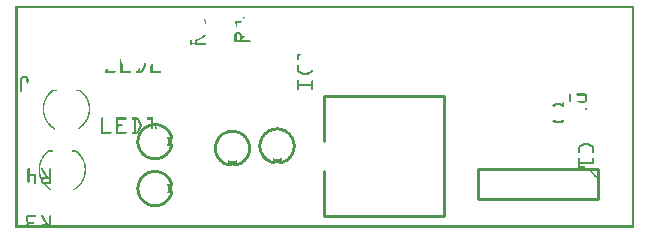
<source format=gto>
G04 MADE WITH FRITZING*
G04 WWW.FRITZING.ORG*
G04 DOUBLE SIDED*
G04 HOLES PLATED*
G04 CONTOUR ON CENTER OF CONTOUR VECTOR*
%ASAXBY*%
%FSLAX23Y23*%
%MOIN*%
%OFA0B0*%
%SFA1.0B1.0*%
%ADD10C,0.010000*%
%ADD11R,0.001000X0.001000*%
%LNSILK1*%
G90*
G70*
G54D10*
X1029Y40D02*
X1429Y40D01*
D02*
X1429Y40D02*
X1429Y440D01*
D02*
X1429Y440D02*
X1029Y440D01*
D02*
X1029Y40D02*
X1029Y190D01*
D02*
X1029Y290D02*
X1029Y440D01*
D02*
X1942Y198D02*
X1542Y198D01*
D02*
X1542Y198D02*
X1542Y98D01*
D02*
X1542Y98D02*
X1942Y98D01*
D02*
X1942Y98D02*
X1942Y198D01*
G54D11*
X0Y741D02*
X2062Y741D01*
X0Y740D02*
X2062Y740D01*
X0Y739D02*
X2062Y739D01*
X0Y738D02*
X2062Y738D01*
X0Y737D02*
X2062Y737D01*
X0Y736D02*
X2062Y736D01*
X0Y735D02*
X2062Y735D01*
X0Y734D02*
X2062Y734D01*
X0Y733D02*
X7Y733D01*
X2055Y733D02*
X2062Y733D01*
X0Y732D02*
X7Y732D01*
X2055Y732D02*
X2062Y732D01*
X0Y731D02*
X7Y731D01*
X2055Y731D02*
X2062Y731D01*
X0Y730D02*
X7Y730D01*
X2055Y730D02*
X2062Y730D01*
X0Y729D02*
X7Y729D01*
X2055Y729D02*
X2062Y729D01*
X0Y728D02*
X7Y728D01*
X2055Y728D02*
X2062Y728D01*
X0Y727D02*
X7Y727D01*
X2055Y727D02*
X2062Y727D01*
X0Y726D02*
X7Y726D01*
X2055Y726D02*
X2062Y726D01*
X0Y725D02*
X7Y725D01*
X2055Y725D02*
X2062Y725D01*
X0Y724D02*
X7Y724D01*
X2055Y724D02*
X2062Y724D01*
X0Y723D02*
X7Y723D01*
X2055Y723D02*
X2062Y723D01*
X0Y722D02*
X7Y722D01*
X2055Y722D02*
X2062Y722D01*
X0Y721D02*
X7Y721D01*
X2055Y721D02*
X2062Y721D01*
X0Y720D02*
X7Y720D01*
X2055Y720D02*
X2062Y720D01*
X0Y719D02*
X7Y719D01*
X2055Y719D02*
X2062Y719D01*
X0Y718D02*
X7Y718D01*
X2055Y718D02*
X2062Y718D01*
X0Y717D02*
X7Y717D01*
X2055Y717D02*
X2062Y717D01*
X0Y716D02*
X7Y716D01*
X2055Y716D02*
X2062Y716D01*
X0Y715D02*
X7Y715D01*
X2055Y715D02*
X2062Y715D01*
X0Y714D02*
X7Y714D01*
X2055Y714D02*
X2062Y714D01*
X0Y713D02*
X7Y713D01*
X2055Y713D02*
X2062Y713D01*
X0Y712D02*
X7Y712D01*
X2055Y712D02*
X2062Y712D01*
X0Y711D02*
X7Y711D01*
X2055Y711D02*
X2062Y711D01*
X0Y710D02*
X7Y710D01*
X2055Y710D02*
X2062Y710D01*
X0Y709D02*
X7Y709D01*
X2055Y709D02*
X2062Y709D01*
X0Y708D02*
X7Y708D01*
X2055Y708D02*
X2062Y708D01*
X0Y707D02*
X7Y707D01*
X2055Y707D02*
X2062Y707D01*
X0Y706D02*
X7Y706D01*
X2055Y706D02*
X2062Y706D01*
X0Y705D02*
X7Y705D01*
X2055Y705D02*
X2062Y705D01*
X0Y704D02*
X7Y704D01*
X762Y704D02*
X765Y704D01*
X2055Y704D02*
X2062Y704D01*
X0Y703D02*
X7Y703D01*
X760Y703D02*
X764Y703D01*
X2055Y703D02*
X2062Y703D01*
X0Y702D02*
X7Y702D01*
X760Y702D02*
X763Y702D01*
X2055Y702D02*
X2062Y702D01*
X0Y701D02*
X7Y701D01*
X759Y701D02*
X761Y701D01*
X2055Y701D02*
X2062Y701D01*
X0Y700D02*
X7Y700D01*
X759Y700D02*
X761Y700D01*
X2055Y700D02*
X2062Y700D01*
X0Y699D02*
X7Y699D01*
X760Y699D02*
X760Y699D01*
X2055Y699D02*
X2062Y699D01*
X0Y698D02*
X7Y698D01*
X2055Y698D02*
X2062Y698D01*
X0Y697D02*
X7Y697D01*
X2055Y697D02*
X2062Y697D01*
X0Y696D02*
X7Y696D01*
X630Y696D02*
X632Y696D01*
X2055Y696D02*
X2062Y696D01*
X0Y695D02*
X7Y695D01*
X629Y695D02*
X633Y695D01*
X2055Y695D02*
X2062Y695D01*
X0Y694D02*
X7Y694D01*
X628Y694D02*
X634Y694D01*
X2055Y694D02*
X2062Y694D01*
X0Y693D02*
X7Y693D01*
X629Y693D02*
X634Y693D01*
X2055Y693D02*
X2062Y693D01*
X0Y692D02*
X7Y692D01*
X629Y692D02*
X634Y692D01*
X2055Y692D02*
X2062Y692D01*
X0Y691D02*
X7Y691D01*
X630Y691D02*
X634Y691D01*
X2055Y691D02*
X2062Y691D01*
X0Y690D02*
X7Y690D01*
X630Y690D02*
X634Y690D01*
X730Y690D02*
X753Y690D01*
X2055Y690D02*
X2062Y690D01*
X0Y689D02*
X7Y689D01*
X631Y689D02*
X634Y689D01*
X731Y689D02*
X753Y689D01*
X2055Y689D02*
X2062Y689D01*
X0Y688D02*
X7Y688D01*
X631Y688D02*
X634Y688D01*
X731Y688D02*
X752Y688D01*
X2055Y688D02*
X2062Y688D01*
X0Y687D02*
X7Y687D01*
X632Y687D02*
X634Y687D01*
X732Y687D02*
X752Y687D01*
X2055Y687D02*
X2062Y687D01*
X0Y686D02*
X7Y686D01*
X632Y686D02*
X634Y686D01*
X732Y686D02*
X752Y686D01*
X2055Y686D02*
X2062Y686D01*
X0Y685D02*
X7Y685D01*
X632Y685D02*
X634Y685D01*
X732Y685D02*
X751Y685D01*
X2055Y685D02*
X2062Y685D01*
X0Y684D02*
X7Y684D01*
X633Y684D02*
X634Y684D01*
X733Y684D02*
X751Y684D01*
X2055Y684D02*
X2062Y684D01*
X0Y683D02*
X7Y683D01*
X633Y683D02*
X634Y683D01*
X733Y683D02*
X736Y683D01*
X2055Y683D02*
X2062Y683D01*
X0Y682D02*
X7Y682D01*
X633Y682D02*
X634Y682D01*
X733Y682D02*
X736Y682D01*
X2055Y682D02*
X2062Y682D01*
X0Y681D02*
X7Y681D01*
X634Y681D02*
X634Y681D01*
X734Y681D02*
X736Y681D01*
X2055Y681D02*
X2062Y681D01*
X0Y680D02*
X7Y680D01*
X634Y680D02*
X634Y680D01*
X734Y680D02*
X736Y680D01*
X2055Y680D02*
X2062Y680D01*
X0Y679D02*
X7Y679D01*
X634Y679D02*
X634Y679D01*
X734Y679D02*
X736Y679D01*
X2055Y679D02*
X2062Y679D01*
X0Y678D02*
X7Y678D01*
X634Y678D02*
X634Y678D01*
X734Y678D02*
X736Y678D01*
X2055Y678D02*
X2062Y678D01*
X0Y677D02*
X7Y677D01*
X634Y677D02*
X634Y677D01*
X734Y677D02*
X736Y677D01*
X2055Y677D02*
X2062Y677D01*
X0Y676D02*
X7Y676D01*
X735Y676D02*
X736Y676D01*
X2055Y676D02*
X2062Y676D01*
X0Y675D02*
X7Y675D01*
X735Y675D02*
X736Y675D01*
X2055Y675D02*
X2062Y675D01*
X0Y674D02*
X7Y674D01*
X735Y674D02*
X736Y674D01*
X2055Y674D02*
X2062Y674D01*
X0Y673D02*
X7Y673D01*
X735Y673D02*
X736Y673D01*
X2055Y673D02*
X2062Y673D01*
X0Y672D02*
X7Y672D01*
X735Y672D02*
X736Y672D01*
X2055Y672D02*
X2062Y672D01*
X0Y671D02*
X7Y671D01*
X735Y671D02*
X735Y671D01*
X2055Y671D02*
X2062Y671D01*
X0Y670D02*
X7Y670D01*
X2055Y670D02*
X2062Y670D01*
X0Y669D02*
X7Y669D01*
X2055Y669D02*
X2062Y669D01*
X0Y668D02*
X7Y668D01*
X2055Y668D02*
X2062Y668D01*
X0Y667D02*
X7Y667D01*
X2055Y667D02*
X2062Y667D01*
X0Y666D02*
X7Y666D01*
X2055Y666D02*
X2062Y666D01*
X0Y665D02*
X7Y665D01*
X2055Y665D02*
X2062Y665D01*
X0Y664D02*
X7Y664D01*
X634Y664D02*
X634Y664D01*
X2055Y664D02*
X2062Y664D01*
X0Y663D02*
X7Y663D01*
X634Y663D02*
X634Y663D01*
X2055Y663D02*
X2062Y663D01*
X0Y662D02*
X7Y662D01*
X634Y662D02*
X634Y662D01*
X2055Y662D02*
X2062Y662D01*
X0Y661D02*
X7Y661D01*
X2055Y661D02*
X2062Y661D01*
X0Y660D02*
X7Y660D01*
X2055Y660D02*
X2062Y660D01*
X0Y659D02*
X7Y659D01*
X2055Y659D02*
X2062Y659D01*
X0Y658D02*
X7Y658D01*
X2055Y658D02*
X2062Y658D01*
X0Y657D02*
X7Y657D01*
X2055Y657D02*
X2062Y657D01*
X0Y656D02*
X7Y656D01*
X2055Y656D02*
X2062Y656D01*
X0Y655D02*
X7Y655D01*
X2055Y655D02*
X2062Y655D01*
X0Y654D02*
X7Y654D01*
X2055Y654D02*
X2062Y654D01*
X0Y653D02*
X7Y653D01*
X736Y653D02*
X747Y653D01*
X2055Y653D02*
X2062Y653D01*
X0Y652D02*
X7Y652D01*
X734Y652D02*
X749Y652D01*
X2055Y652D02*
X2062Y652D01*
X0Y651D02*
X7Y651D01*
X733Y651D02*
X750Y651D01*
X2055Y651D02*
X2062Y651D01*
X0Y650D02*
X7Y650D01*
X732Y650D02*
X751Y650D01*
X2055Y650D02*
X2062Y650D01*
X0Y649D02*
X7Y649D01*
X731Y649D02*
X752Y649D01*
X2055Y649D02*
X2062Y649D01*
X0Y648D02*
X7Y648D01*
X731Y648D02*
X752Y648D01*
X2055Y648D02*
X2062Y648D01*
X0Y647D02*
X7Y647D01*
X730Y647D02*
X753Y647D01*
X2055Y647D02*
X2062Y647D01*
X0Y646D02*
X7Y646D01*
X631Y646D02*
X632Y646D01*
X730Y646D02*
X737Y646D01*
X746Y646D02*
X753Y646D01*
X2055Y646D02*
X2062Y646D01*
X0Y645D02*
X7Y645D01*
X629Y645D02*
X633Y645D01*
X730Y645D02*
X736Y645D01*
X747Y645D02*
X753Y645D01*
X2055Y645D02*
X2062Y645D01*
X0Y644D02*
X7Y644D01*
X627Y644D02*
X634Y644D01*
X730Y644D02*
X736Y644D01*
X747Y644D02*
X753Y644D01*
X2055Y644D02*
X2062Y644D01*
X0Y643D02*
X7Y643D01*
X625Y643D02*
X634Y643D01*
X730Y643D02*
X736Y643D01*
X747Y643D02*
X753Y643D01*
X2055Y643D02*
X2062Y643D01*
X0Y642D02*
X7Y642D01*
X624Y642D02*
X634Y642D01*
X730Y642D02*
X736Y642D01*
X747Y642D02*
X753Y642D01*
X759Y642D02*
X760Y642D01*
X2055Y642D02*
X2062Y642D01*
X0Y641D02*
X7Y641D01*
X623Y641D02*
X634Y641D01*
X730Y641D02*
X736Y641D01*
X747Y641D02*
X753Y641D01*
X757Y641D02*
X761Y641D01*
X2055Y641D02*
X2062Y641D01*
X0Y640D02*
X7Y640D01*
X622Y640D02*
X633Y640D01*
X730Y640D02*
X736Y640D01*
X747Y640D02*
X762Y640D01*
X2055Y640D02*
X2062Y640D01*
X0Y639D02*
X7Y639D01*
X621Y639D02*
X632Y639D01*
X730Y639D02*
X736Y639D01*
X747Y639D02*
X763Y639D01*
X2055Y639D02*
X2062Y639D01*
X0Y638D02*
X7Y638D01*
X620Y638D02*
X630Y638D01*
X730Y638D02*
X736Y638D01*
X747Y638D02*
X764Y638D01*
X2055Y638D02*
X2062Y638D01*
X0Y637D02*
X7Y637D01*
X619Y637D02*
X628Y637D01*
X730Y637D02*
X736Y637D01*
X747Y637D02*
X763Y637D01*
X2055Y637D02*
X2062Y637D01*
X0Y636D02*
X7Y636D01*
X617Y636D02*
X626Y636D01*
X730Y636D02*
X736Y636D01*
X747Y636D02*
X762Y636D01*
X2055Y636D02*
X2062Y636D01*
X0Y635D02*
X7Y635D01*
X616Y635D02*
X625Y635D01*
X730Y635D02*
X736Y635D01*
X747Y635D02*
X760Y635D01*
X2055Y635D02*
X2062Y635D01*
X0Y634D02*
X7Y634D01*
X614Y634D02*
X623Y634D01*
X730Y634D02*
X736Y634D01*
X747Y634D02*
X758Y634D01*
X2055Y634D02*
X2062Y634D01*
X0Y633D02*
X7Y633D01*
X612Y633D02*
X621Y633D01*
X730Y633D02*
X736Y633D01*
X747Y633D02*
X757Y633D01*
X2055Y633D02*
X2062Y633D01*
X0Y632D02*
X7Y632D01*
X610Y632D02*
X620Y632D01*
X730Y632D02*
X736Y632D01*
X747Y632D02*
X755Y632D01*
X2055Y632D02*
X2062Y632D01*
X0Y631D02*
X7Y631D01*
X608Y631D02*
X618Y631D01*
X730Y631D02*
X736Y631D01*
X747Y631D02*
X754Y631D01*
X2055Y631D02*
X2062Y631D01*
X0Y630D02*
X7Y630D01*
X605Y630D02*
X616Y630D01*
X730Y630D02*
X736Y630D01*
X747Y630D02*
X753Y630D01*
X2055Y630D02*
X2062Y630D01*
X0Y629D02*
X7Y629D01*
X581Y629D02*
X582Y629D01*
X602Y629D02*
X614Y629D01*
X730Y629D02*
X736Y629D01*
X747Y629D02*
X753Y629D01*
X2055Y629D02*
X2062Y629D01*
X0Y628D02*
X7Y628D01*
X581Y628D02*
X587Y628D01*
X599Y628D02*
X613Y628D01*
X730Y628D02*
X736Y628D01*
X747Y628D02*
X753Y628D01*
X2055Y628D02*
X2062Y628D01*
X0Y627D02*
X7Y627D01*
X581Y627D02*
X587Y627D01*
X599Y627D02*
X611Y627D01*
X730Y627D02*
X736Y627D01*
X747Y627D02*
X753Y627D01*
X2055Y627D02*
X2062Y627D01*
X0Y626D02*
X7Y626D01*
X581Y626D02*
X587Y626D01*
X599Y626D02*
X609Y626D01*
X730Y626D02*
X781Y626D01*
X2055Y626D02*
X2062Y626D01*
X0Y625D02*
X7Y625D01*
X581Y625D02*
X587Y625D01*
X599Y625D02*
X608Y625D01*
X730Y625D02*
X782Y625D01*
X2055Y625D02*
X2062Y625D01*
X0Y624D02*
X7Y624D01*
X581Y624D02*
X587Y624D01*
X599Y624D02*
X606Y624D01*
X730Y624D02*
X783Y624D01*
X2055Y624D02*
X2062Y624D01*
X0Y623D02*
X7Y623D01*
X581Y623D02*
X587Y623D01*
X599Y623D02*
X605Y623D01*
X730Y623D02*
X783Y623D01*
X2055Y623D02*
X2062Y623D01*
X0Y622D02*
X7Y622D01*
X581Y622D02*
X587Y622D01*
X599Y622D02*
X605Y622D01*
X730Y622D02*
X783Y622D01*
X2055Y622D02*
X2062Y622D01*
X0Y621D02*
X7Y621D01*
X581Y621D02*
X587Y621D01*
X599Y621D02*
X605Y621D01*
X730Y621D02*
X782Y621D01*
X2055Y621D02*
X2062Y621D01*
X0Y620D02*
X7Y620D01*
X581Y620D02*
X587Y620D01*
X599Y620D02*
X605Y620D01*
X730Y620D02*
X781Y620D01*
X2055Y620D02*
X2062Y620D01*
X0Y619D02*
X7Y619D01*
X581Y619D02*
X587Y619D01*
X599Y619D02*
X605Y619D01*
X2055Y619D02*
X2062Y619D01*
X0Y618D02*
X7Y618D01*
X581Y618D02*
X633Y618D01*
X2055Y618D02*
X2062Y618D01*
X0Y617D02*
X7Y617D01*
X581Y617D02*
X634Y617D01*
X2055Y617D02*
X2062Y617D01*
X0Y616D02*
X7Y616D01*
X581Y616D02*
X634Y616D01*
X2055Y616D02*
X2062Y616D01*
X0Y615D02*
X7Y615D01*
X581Y615D02*
X634Y615D01*
X2055Y615D02*
X2062Y615D01*
X0Y614D02*
X7Y614D01*
X581Y614D02*
X634Y614D01*
X2055Y614D02*
X2062Y614D01*
X0Y613D02*
X7Y613D01*
X581Y613D02*
X587Y613D01*
X597Y613D02*
X633Y613D01*
X2055Y613D02*
X2062Y613D01*
X0Y612D02*
X7Y612D01*
X581Y612D02*
X581Y612D01*
X602Y612D02*
X632Y612D01*
X2055Y612D02*
X2062Y612D01*
X0Y611D02*
X7Y611D01*
X2055Y611D02*
X2062Y611D01*
X0Y610D02*
X7Y610D01*
X2055Y610D02*
X2062Y610D01*
X0Y609D02*
X7Y609D01*
X2055Y609D02*
X2062Y609D01*
X0Y608D02*
X7Y608D01*
X2055Y608D02*
X2062Y608D01*
X0Y607D02*
X7Y607D01*
X2055Y607D02*
X2062Y607D01*
X0Y606D02*
X7Y606D01*
X2055Y606D02*
X2062Y606D01*
X0Y605D02*
X7Y605D01*
X2055Y605D02*
X2062Y605D01*
X0Y604D02*
X7Y604D01*
X2055Y604D02*
X2062Y604D01*
X0Y603D02*
X7Y603D01*
X2055Y603D02*
X2062Y603D01*
X0Y602D02*
X7Y602D01*
X2055Y602D02*
X2062Y602D01*
X0Y601D02*
X7Y601D01*
X2055Y601D02*
X2062Y601D01*
X0Y600D02*
X7Y600D01*
X2055Y600D02*
X2062Y600D01*
X0Y599D02*
X7Y599D01*
X2055Y599D02*
X2062Y599D01*
X0Y598D02*
X7Y598D01*
X2055Y598D02*
X2062Y598D01*
X0Y597D02*
X7Y597D01*
X2055Y597D02*
X2062Y597D01*
X0Y596D02*
X7Y596D01*
X2055Y596D02*
X2062Y596D01*
X0Y595D02*
X7Y595D01*
X2055Y595D02*
X2062Y595D01*
X0Y594D02*
X7Y594D01*
X2055Y594D02*
X2062Y594D01*
X0Y593D02*
X7Y593D01*
X2055Y593D02*
X2062Y593D01*
X0Y592D02*
X7Y592D01*
X2055Y592D02*
X2062Y592D01*
X0Y591D02*
X7Y591D01*
X2055Y591D02*
X2062Y591D01*
X0Y590D02*
X7Y590D01*
X2055Y590D02*
X2062Y590D01*
X0Y589D02*
X7Y589D01*
X2055Y589D02*
X2062Y589D01*
X0Y588D02*
X7Y588D01*
X2055Y588D02*
X2062Y588D01*
X0Y587D02*
X7Y587D01*
X2055Y587D02*
X2062Y587D01*
X0Y586D02*
X7Y586D01*
X2055Y586D02*
X2062Y586D01*
X0Y585D02*
X7Y585D01*
X2055Y585D02*
X2062Y585D01*
X0Y584D02*
X7Y584D01*
X2055Y584D02*
X2062Y584D01*
X0Y583D02*
X7Y583D01*
X2055Y583D02*
X2062Y583D01*
X0Y582D02*
X7Y582D01*
X2055Y582D02*
X2062Y582D01*
X0Y581D02*
X7Y581D01*
X2055Y581D02*
X2062Y581D01*
X0Y580D02*
X7Y580D01*
X939Y580D02*
X950Y580D01*
X2055Y580D02*
X2062Y580D01*
X0Y579D02*
X7Y579D01*
X939Y579D02*
X950Y579D01*
X2055Y579D02*
X2062Y579D01*
X0Y578D02*
X7Y578D01*
X939Y578D02*
X949Y578D01*
X2055Y578D02*
X2062Y578D01*
X0Y577D02*
X7Y577D01*
X939Y577D02*
X949Y577D01*
X2055Y577D02*
X2062Y577D01*
X0Y576D02*
X7Y576D01*
X939Y576D02*
X949Y576D01*
X2055Y576D02*
X2062Y576D01*
X0Y575D02*
X7Y575D01*
X939Y575D02*
X949Y575D01*
X2055Y575D02*
X2062Y575D01*
X0Y574D02*
X7Y574D01*
X939Y574D02*
X949Y574D01*
X2055Y574D02*
X2062Y574D01*
X0Y573D02*
X7Y573D01*
X939Y573D02*
X945Y573D01*
X2055Y573D02*
X2062Y573D01*
X0Y572D02*
X7Y572D01*
X939Y572D02*
X945Y572D01*
X2055Y572D02*
X2062Y572D01*
X0Y571D02*
X7Y571D01*
X939Y571D02*
X945Y571D01*
X2055Y571D02*
X2062Y571D01*
X0Y570D02*
X7Y570D01*
X939Y570D02*
X945Y570D01*
X2055Y570D02*
X2062Y570D01*
X0Y569D02*
X7Y569D01*
X939Y569D02*
X945Y569D01*
X2055Y569D02*
X2062Y569D01*
X0Y568D02*
X7Y568D01*
X939Y568D02*
X945Y568D01*
X2055Y568D02*
X2062Y568D01*
X0Y567D02*
X7Y567D01*
X939Y567D02*
X945Y567D01*
X2055Y567D02*
X2062Y567D01*
X0Y566D02*
X7Y566D01*
X939Y566D02*
X945Y566D01*
X2055Y566D02*
X2062Y566D01*
X0Y565D02*
X7Y565D01*
X939Y565D02*
X945Y565D01*
X2055Y565D02*
X2062Y565D01*
X0Y564D02*
X7Y564D01*
X939Y564D02*
X945Y564D01*
X2055Y564D02*
X2062Y564D01*
X0Y563D02*
X7Y563D01*
X350Y563D02*
X350Y563D01*
X939Y563D02*
X945Y563D01*
X2055Y563D02*
X2062Y563D01*
X0Y562D02*
X7Y562D01*
X350Y562D02*
X350Y562D01*
X939Y562D02*
X945Y562D01*
X2055Y562D02*
X2062Y562D01*
X0Y561D02*
X7Y561D01*
X350Y561D02*
X350Y561D01*
X940Y561D02*
X944Y561D01*
X2055Y561D02*
X2062Y561D01*
X0Y560D02*
X7Y560D01*
X350Y560D02*
X350Y560D01*
X941Y560D02*
X943Y560D01*
X2055Y560D02*
X2062Y560D01*
X0Y559D02*
X7Y559D01*
X350Y559D02*
X350Y559D01*
X2055Y559D02*
X2062Y559D01*
X0Y558D02*
X7Y558D01*
X350Y558D02*
X351Y558D01*
X2055Y558D02*
X2062Y558D01*
X0Y557D02*
X7Y557D01*
X350Y557D02*
X351Y557D01*
X2055Y557D02*
X2062Y557D01*
X0Y556D02*
X7Y556D01*
X350Y556D02*
X351Y556D01*
X2055Y556D02*
X2062Y556D01*
X0Y555D02*
X7Y555D01*
X350Y555D02*
X352Y555D01*
X2055Y555D02*
X2062Y555D01*
X0Y554D02*
X7Y554D01*
X350Y554D02*
X352Y554D01*
X2055Y554D02*
X2062Y554D01*
X0Y553D02*
X7Y553D01*
X350Y553D02*
X353Y553D01*
X431Y553D02*
X431Y553D01*
X2055Y553D02*
X2062Y553D01*
X0Y552D02*
X7Y552D01*
X350Y552D02*
X353Y552D01*
X431Y552D02*
X432Y552D01*
X2055Y552D02*
X2062Y552D01*
X0Y551D02*
X7Y551D01*
X350Y551D02*
X354Y551D01*
X430Y551D02*
X432Y551D01*
X2055Y551D02*
X2062Y551D01*
X0Y550D02*
X7Y550D01*
X350Y550D02*
X354Y550D01*
X430Y550D02*
X433Y550D01*
X2055Y550D02*
X2062Y550D01*
X0Y549D02*
X7Y549D01*
X350Y549D02*
X355Y549D01*
X429Y549D02*
X433Y549D01*
X2055Y549D02*
X2062Y549D01*
X0Y548D02*
X7Y548D01*
X350Y548D02*
X355Y548D01*
X428Y548D02*
X433Y548D01*
X2055Y548D02*
X2062Y548D01*
X0Y547D02*
X7Y547D01*
X350Y547D02*
X356Y547D01*
X428Y547D02*
X434Y547D01*
X453Y547D02*
X456Y547D01*
X2055Y547D02*
X2062Y547D01*
X0Y546D02*
X7Y546D01*
X350Y546D02*
X357Y546D01*
X428Y546D02*
X434Y546D01*
X452Y546D02*
X457Y546D01*
X2055Y546D02*
X2062Y546D01*
X0Y545D02*
X7Y545D01*
X350Y545D02*
X357Y545D01*
X428Y545D02*
X434Y545D01*
X452Y545D02*
X457Y545D01*
X2055Y545D02*
X2062Y545D01*
X0Y544D02*
X7Y544D01*
X350Y544D02*
X358Y544D01*
X428Y544D02*
X434Y544D01*
X451Y544D02*
X458Y544D01*
X942Y544D02*
X942Y544D01*
X2055Y544D02*
X2062Y544D01*
X0Y543D02*
X7Y543D01*
X350Y543D02*
X359Y543D01*
X427Y543D02*
X434Y543D01*
X451Y543D02*
X459Y543D01*
X940Y543D02*
X944Y543D01*
X2055Y543D02*
X2062Y543D01*
X0Y542D02*
X7Y542D01*
X350Y542D02*
X360Y542D01*
X427Y542D02*
X433Y542D01*
X450Y542D02*
X460Y542D01*
X939Y542D02*
X945Y542D01*
X2055Y542D02*
X2062Y542D01*
X0Y541D02*
X7Y541D01*
X350Y541D02*
X356Y541D01*
X427Y541D02*
X433Y541D01*
X450Y541D02*
X457Y541D01*
X939Y541D02*
X945Y541D01*
X2055Y541D02*
X2062Y541D01*
X0Y540D02*
X7Y540D01*
X350Y540D02*
X356Y540D01*
X426Y540D02*
X433Y540D01*
X450Y540D02*
X456Y540D01*
X939Y540D02*
X945Y540D01*
X2055Y540D02*
X2062Y540D01*
X0Y539D02*
X7Y539D01*
X350Y539D02*
X356Y539D01*
X426Y539D02*
X433Y539D01*
X450Y539D02*
X456Y539D01*
X939Y539D02*
X945Y539D01*
X2055Y539D02*
X2062Y539D01*
X0Y538D02*
X7Y538D01*
X350Y538D02*
X356Y538D01*
X425Y538D02*
X432Y538D01*
X450Y538D02*
X456Y538D01*
X939Y538D02*
X945Y538D01*
X2055Y538D02*
X2062Y538D01*
X0Y537D02*
X7Y537D01*
X350Y537D02*
X356Y537D01*
X425Y537D02*
X432Y537D01*
X450Y537D02*
X456Y537D01*
X939Y537D02*
X945Y537D01*
X2055Y537D02*
X2062Y537D01*
X0Y536D02*
X7Y536D01*
X350Y536D02*
X356Y536D01*
X424Y536D02*
X431Y536D01*
X450Y536D02*
X456Y536D01*
X939Y536D02*
X945Y536D01*
X2055Y536D02*
X2062Y536D01*
X0Y535D02*
X7Y535D01*
X350Y535D02*
X356Y535D01*
X424Y535D02*
X431Y535D01*
X450Y535D02*
X456Y535D01*
X939Y535D02*
X945Y535D01*
X2055Y535D02*
X2062Y535D01*
X0Y534D02*
X7Y534D01*
X350Y534D02*
X356Y534D01*
X423Y534D02*
X430Y534D01*
X450Y534D02*
X456Y534D01*
X939Y534D02*
X945Y534D01*
X2055Y534D02*
X2062Y534D01*
X0Y533D02*
X7Y533D01*
X350Y533D02*
X356Y533D01*
X412Y533D02*
X413Y533D01*
X423Y533D02*
X430Y533D01*
X450Y533D02*
X456Y533D01*
X939Y533D02*
X945Y533D01*
X2055Y533D02*
X2062Y533D01*
X0Y532D02*
X7Y532D01*
X350Y532D02*
X356Y532D01*
X410Y532D02*
X413Y532D01*
X422Y532D02*
X429Y532D01*
X450Y532D02*
X456Y532D01*
X939Y532D02*
X945Y532D01*
X2055Y532D02*
X2062Y532D01*
X0Y531D02*
X7Y531D01*
X350Y531D02*
X356Y531D01*
X408Y531D02*
X413Y531D01*
X422Y531D02*
X429Y531D01*
X450Y531D02*
X456Y531D01*
X939Y531D02*
X945Y531D01*
X2055Y531D02*
X2062Y531D01*
X0Y530D02*
X7Y530D01*
X305Y530D02*
X306Y530D01*
X350Y530D02*
X356Y530D01*
X407Y530D02*
X413Y530D01*
X421Y530D02*
X428Y530D01*
X450Y530D02*
X456Y530D01*
X939Y530D02*
X945Y530D01*
X2055Y530D02*
X2062Y530D01*
X0Y529D02*
X7Y529D01*
X301Y529D02*
X306Y529D01*
X350Y529D02*
X356Y529D01*
X407Y529D02*
X413Y529D01*
X421Y529D02*
X428Y529D01*
X450Y529D02*
X456Y529D01*
X939Y529D02*
X945Y529D01*
X2055Y529D02*
X2062Y529D01*
X0Y528D02*
X7Y528D01*
X300Y528D02*
X306Y528D01*
X350Y528D02*
X356Y528D01*
X407Y528D02*
X413Y528D01*
X420Y528D02*
X427Y528D01*
X450Y528D02*
X456Y528D01*
X939Y528D02*
X945Y528D01*
X986Y528D02*
X992Y528D01*
X2055Y528D02*
X2062Y528D01*
X0Y527D02*
X7Y527D01*
X300Y527D02*
X306Y527D01*
X350Y527D02*
X356Y527D01*
X407Y527D02*
X413Y527D01*
X420Y527D02*
X427Y527D01*
X450Y527D02*
X456Y527D01*
X939Y527D02*
X945Y527D01*
X986Y527D02*
X992Y527D01*
X2055Y527D02*
X2062Y527D01*
X0Y526D02*
X7Y526D01*
X300Y526D02*
X306Y526D01*
X350Y526D02*
X356Y526D01*
X407Y526D02*
X413Y526D01*
X419Y526D02*
X426Y526D01*
X450Y526D02*
X456Y526D01*
X939Y526D02*
X945Y526D01*
X986Y526D02*
X992Y526D01*
X2055Y526D02*
X2062Y526D01*
X0Y525D02*
X7Y525D01*
X300Y525D02*
X306Y525D01*
X350Y525D02*
X356Y525D01*
X407Y525D02*
X413Y525D01*
X418Y525D02*
X426Y525D01*
X450Y525D02*
X457Y525D01*
X939Y525D02*
X946Y525D01*
X985Y525D02*
X992Y525D01*
X2055Y525D02*
X2062Y525D01*
X0Y524D02*
X7Y524D01*
X300Y524D02*
X332Y524D01*
X350Y524D02*
X382Y524D01*
X402Y524D02*
X425Y524D01*
X450Y524D02*
X482Y524D01*
X940Y524D02*
X948Y524D01*
X983Y524D02*
X991Y524D01*
X2055Y524D02*
X2062Y524D01*
X0Y523D02*
X7Y523D01*
X300Y523D02*
X333Y523D01*
X350Y523D02*
X383Y523D01*
X401Y523D02*
X425Y523D01*
X450Y523D02*
X483Y523D01*
X940Y523D02*
X950Y523D01*
X981Y523D02*
X991Y523D01*
X2055Y523D02*
X2062Y523D01*
X0Y522D02*
X7Y522D01*
X300Y522D02*
X333Y522D01*
X350Y522D02*
X383Y522D01*
X400Y522D02*
X424Y522D01*
X450Y522D02*
X484Y522D01*
X941Y522D02*
X952Y522D01*
X979Y522D02*
X990Y522D01*
X2055Y522D02*
X2062Y522D01*
X0Y521D02*
X7Y521D01*
X300Y521D02*
X333Y521D01*
X350Y521D02*
X384Y521D01*
X400Y521D02*
X423Y521D01*
X450Y521D02*
X484Y521D01*
X941Y521D02*
X954Y521D01*
X977Y521D02*
X990Y521D01*
X2055Y521D02*
X2062Y521D01*
X0Y520D02*
X7Y520D01*
X300Y520D02*
X333Y520D01*
X350Y520D02*
X383Y520D01*
X400Y520D02*
X422Y520D01*
X450Y520D02*
X484Y520D01*
X942Y520D02*
X956Y520D01*
X975Y520D02*
X989Y520D01*
X2055Y520D02*
X2062Y520D01*
X0Y519D02*
X7Y519D01*
X300Y519D02*
X332Y519D01*
X350Y519D02*
X383Y519D01*
X401Y519D02*
X421Y519D01*
X450Y519D02*
X483Y519D01*
X943Y519D02*
X958Y519D01*
X973Y519D02*
X987Y519D01*
X2055Y519D02*
X2062Y519D01*
X0Y518D02*
X7Y518D01*
X300Y518D02*
X331Y518D01*
X350Y518D02*
X381Y518D01*
X402Y518D02*
X418Y518D01*
X451Y518D02*
X482Y518D01*
X945Y518D02*
X960Y518D01*
X971Y518D02*
X986Y518D01*
X2055Y518D02*
X2062Y518D01*
X0Y517D02*
X7Y517D01*
X947Y517D02*
X962Y517D01*
X969Y517D02*
X984Y517D01*
X2055Y517D02*
X2062Y517D01*
X0Y516D02*
X7Y516D01*
X949Y516D02*
X982Y516D01*
X2055Y516D02*
X2062Y516D01*
X0Y515D02*
X7Y515D01*
X951Y515D02*
X980Y515D01*
X2055Y515D02*
X2062Y515D01*
X0Y514D02*
X7Y514D01*
X953Y514D02*
X978Y514D01*
X2055Y514D02*
X2062Y514D01*
X0Y513D02*
X7Y513D01*
X955Y513D02*
X976Y513D01*
X2055Y513D02*
X2062Y513D01*
X0Y512D02*
X7Y512D01*
X957Y512D02*
X974Y512D01*
X2055Y512D02*
X2062Y512D01*
X0Y511D02*
X7Y511D01*
X959Y511D02*
X972Y511D01*
X2055Y511D02*
X2062Y511D01*
X0Y510D02*
X7Y510D01*
X962Y510D02*
X969Y510D01*
X2055Y510D02*
X2062Y510D01*
X0Y509D02*
X7Y509D01*
X2055Y509D02*
X2062Y509D01*
X0Y508D02*
X7Y508D01*
X2055Y508D02*
X2062Y508D01*
X0Y507D02*
X7Y507D01*
X24Y507D02*
X35Y507D01*
X2055Y507D02*
X2062Y507D01*
X0Y506D02*
X7Y506D01*
X21Y506D02*
X37Y506D01*
X2055Y506D02*
X2062Y506D01*
X0Y505D02*
X7Y505D01*
X20Y505D02*
X38Y505D01*
X2055Y505D02*
X2062Y505D01*
X0Y504D02*
X7Y504D01*
X19Y504D02*
X40Y504D01*
X2055Y504D02*
X2062Y504D01*
X0Y503D02*
X7Y503D01*
X18Y503D02*
X40Y503D01*
X2055Y503D02*
X2062Y503D01*
X0Y502D02*
X7Y502D01*
X17Y502D02*
X41Y502D01*
X2055Y502D02*
X2062Y502D01*
X0Y501D02*
X7Y501D01*
X17Y501D02*
X42Y501D01*
X2055Y501D02*
X2062Y501D01*
X0Y500D02*
X7Y500D01*
X16Y500D02*
X24Y500D01*
X34Y500D02*
X42Y500D01*
X2055Y500D02*
X2062Y500D01*
X0Y499D02*
X7Y499D01*
X16Y499D02*
X23Y499D01*
X36Y499D02*
X42Y499D01*
X2055Y499D02*
X2062Y499D01*
X0Y498D02*
X7Y498D01*
X16Y498D02*
X22Y498D01*
X36Y498D02*
X42Y498D01*
X2055Y498D02*
X2062Y498D01*
X0Y497D02*
X7Y497D01*
X16Y497D02*
X22Y497D01*
X36Y497D02*
X42Y497D01*
X2055Y497D02*
X2062Y497D01*
X0Y496D02*
X7Y496D01*
X16Y496D02*
X22Y496D01*
X36Y496D02*
X43Y496D01*
X2055Y496D02*
X2062Y496D01*
X0Y495D02*
X7Y495D01*
X16Y495D02*
X22Y495D01*
X36Y495D02*
X43Y495D01*
X2055Y495D02*
X2062Y495D01*
X0Y494D02*
X7Y494D01*
X16Y494D02*
X22Y494D01*
X36Y494D02*
X43Y494D01*
X2055Y494D02*
X2062Y494D01*
X0Y493D02*
X7Y493D01*
X16Y493D02*
X22Y493D01*
X36Y493D02*
X43Y493D01*
X940Y493D02*
X944Y493D01*
X987Y493D02*
X991Y493D01*
X2055Y493D02*
X2062Y493D01*
X0Y492D02*
X7Y492D01*
X16Y492D02*
X22Y492D01*
X36Y492D02*
X43Y492D01*
X939Y492D02*
X945Y492D01*
X987Y492D02*
X992Y492D01*
X2055Y492D02*
X2062Y492D01*
X0Y491D02*
X7Y491D01*
X16Y491D02*
X22Y491D01*
X36Y491D02*
X43Y491D01*
X939Y491D02*
X945Y491D01*
X986Y491D02*
X992Y491D01*
X2055Y491D02*
X2062Y491D01*
X0Y490D02*
X7Y490D01*
X16Y490D02*
X22Y490D01*
X36Y490D02*
X43Y490D01*
X939Y490D02*
X945Y490D01*
X986Y490D02*
X992Y490D01*
X2055Y490D02*
X2062Y490D01*
X0Y489D02*
X7Y489D01*
X16Y489D02*
X22Y489D01*
X36Y489D02*
X43Y489D01*
X939Y489D02*
X945Y489D01*
X986Y489D02*
X992Y489D01*
X2055Y489D02*
X2062Y489D01*
X0Y488D02*
X7Y488D01*
X16Y488D02*
X22Y488D01*
X36Y488D02*
X43Y488D01*
X939Y488D02*
X945Y488D01*
X986Y488D02*
X992Y488D01*
X2055Y488D02*
X2062Y488D01*
X0Y487D02*
X7Y487D01*
X16Y487D02*
X22Y487D01*
X36Y487D02*
X43Y487D01*
X939Y487D02*
X945Y487D01*
X986Y487D02*
X992Y487D01*
X2055Y487D02*
X2062Y487D01*
X0Y486D02*
X7Y486D01*
X16Y486D02*
X22Y486D01*
X37Y486D02*
X42Y486D01*
X939Y486D02*
X945Y486D01*
X986Y486D02*
X992Y486D01*
X2055Y486D02*
X2062Y486D01*
X0Y485D02*
X7Y485D01*
X16Y485D02*
X22Y485D01*
X37Y485D02*
X42Y485D01*
X939Y485D02*
X945Y485D01*
X986Y485D02*
X992Y485D01*
X2055Y485D02*
X2062Y485D01*
X0Y484D02*
X7Y484D01*
X16Y484D02*
X22Y484D01*
X37Y484D02*
X42Y484D01*
X939Y484D02*
X945Y484D01*
X986Y484D02*
X992Y484D01*
X2055Y484D02*
X2062Y484D01*
X0Y483D02*
X7Y483D01*
X16Y483D02*
X22Y483D01*
X39Y483D02*
X40Y483D01*
X939Y483D02*
X945Y483D01*
X986Y483D02*
X992Y483D01*
X2055Y483D02*
X2062Y483D01*
X0Y482D02*
X7Y482D01*
X16Y482D02*
X22Y482D01*
X939Y482D02*
X945Y482D01*
X986Y482D02*
X992Y482D01*
X2055Y482D02*
X2062Y482D01*
X0Y481D02*
X7Y481D01*
X16Y481D02*
X22Y481D01*
X939Y481D02*
X945Y481D01*
X986Y481D02*
X992Y481D01*
X2055Y481D02*
X2062Y481D01*
X0Y480D02*
X7Y480D01*
X16Y480D02*
X22Y480D01*
X939Y480D02*
X992Y480D01*
X2055Y480D02*
X2062Y480D01*
X0Y479D02*
X7Y479D01*
X16Y479D02*
X22Y479D01*
X939Y479D02*
X992Y479D01*
X2055Y479D02*
X2062Y479D01*
X0Y478D02*
X7Y478D01*
X16Y478D02*
X22Y478D01*
X939Y478D02*
X992Y478D01*
X2055Y478D02*
X2062Y478D01*
X0Y477D02*
X7Y477D01*
X16Y477D02*
X22Y477D01*
X939Y477D02*
X992Y477D01*
X2055Y477D02*
X2062Y477D01*
X0Y476D02*
X7Y476D01*
X16Y476D02*
X22Y476D01*
X939Y476D02*
X992Y476D01*
X2055Y476D02*
X2062Y476D01*
X0Y475D02*
X7Y475D01*
X16Y475D02*
X22Y475D01*
X939Y475D02*
X992Y475D01*
X2055Y475D02*
X2062Y475D01*
X0Y474D02*
X7Y474D01*
X16Y474D02*
X22Y474D01*
X939Y474D02*
X992Y474D01*
X2055Y474D02*
X2062Y474D01*
X0Y473D02*
X7Y473D01*
X16Y473D02*
X22Y473D01*
X939Y473D02*
X945Y473D01*
X986Y473D02*
X992Y473D01*
X2055Y473D02*
X2062Y473D01*
X0Y472D02*
X7Y472D01*
X16Y472D02*
X22Y472D01*
X939Y472D02*
X945Y472D01*
X986Y472D02*
X992Y472D01*
X2055Y472D02*
X2062Y472D01*
X0Y471D02*
X7Y471D01*
X16Y471D02*
X22Y471D01*
X939Y471D02*
X945Y471D01*
X986Y471D02*
X992Y471D01*
X2055Y471D02*
X2062Y471D01*
X0Y470D02*
X7Y470D01*
X16Y470D02*
X22Y470D01*
X939Y470D02*
X945Y470D01*
X986Y470D02*
X992Y470D01*
X2055Y470D02*
X2062Y470D01*
X0Y469D02*
X7Y469D01*
X16Y469D02*
X22Y469D01*
X939Y469D02*
X945Y469D01*
X986Y469D02*
X992Y469D01*
X2055Y469D02*
X2062Y469D01*
X0Y468D02*
X7Y468D01*
X16Y468D02*
X22Y468D01*
X939Y468D02*
X945Y468D01*
X986Y468D02*
X992Y468D01*
X2055Y468D02*
X2062Y468D01*
X0Y467D02*
X7Y467D01*
X16Y467D02*
X22Y467D01*
X939Y467D02*
X945Y467D01*
X986Y467D02*
X992Y467D01*
X2055Y467D02*
X2062Y467D01*
X0Y466D02*
X7Y466D01*
X16Y466D02*
X22Y466D01*
X939Y466D02*
X945Y466D01*
X986Y466D02*
X992Y466D01*
X2055Y466D02*
X2062Y466D01*
X0Y465D02*
X7Y465D01*
X16Y465D02*
X22Y465D01*
X939Y465D02*
X945Y465D01*
X986Y465D02*
X992Y465D01*
X2055Y465D02*
X2062Y465D01*
X0Y464D02*
X7Y464D01*
X16Y464D02*
X22Y464D01*
X939Y464D02*
X945Y464D01*
X986Y464D02*
X992Y464D01*
X2055Y464D02*
X2062Y464D01*
X0Y463D02*
X7Y463D01*
X16Y463D02*
X22Y463D01*
X939Y463D02*
X945Y463D01*
X986Y463D02*
X992Y463D01*
X2055Y463D02*
X2062Y463D01*
X0Y462D02*
X7Y462D01*
X16Y462D02*
X22Y462D01*
X939Y462D02*
X945Y462D01*
X986Y462D02*
X992Y462D01*
X2055Y462D02*
X2062Y462D01*
X0Y461D02*
X7Y461D01*
X16Y461D02*
X22Y461D01*
X122Y461D02*
X137Y461D01*
X202Y461D02*
X216Y461D01*
X940Y461D02*
X944Y461D01*
X987Y461D02*
X992Y461D01*
X2055Y461D02*
X2062Y461D01*
X0Y460D02*
X7Y460D01*
X16Y460D02*
X22Y460D01*
X121Y460D02*
X137Y460D01*
X202Y460D02*
X218Y460D01*
X941Y460D02*
X943Y460D01*
X988Y460D02*
X991Y460D01*
X2055Y460D02*
X2062Y460D01*
X0Y459D02*
X7Y459D01*
X16Y459D02*
X22Y459D01*
X120Y459D02*
X137Y459D01*
X202Y459D02*
X219Y459D01*
X2055Y459D02*
X2062Y459D01*
X0Y458D02*
X7Y458D01*
X16Y458D02*
X22Y458D01*
X119Y458D02*
X136Y458D01*
X203Y458D02*
X220Y458D01*
X2055Y458D02*
X2062Y458D01*
X0Y457D02*
X7Y457D01*
X16Y457D02*
X22Y457D01*
X117Y457D02*
X136Y457D01*
X203Y457D02*
X221Y457D01*
X2055Y457D02*
X2062Y457D01*
X0Y456D02*
X7Y456D01*
X16Y456D02*
X22Y456D01*
X116Y456D02*
X123Y456D01*
X215Y456D02*
X222Y456D01*
X2055Y456D02*
X2062Y456D01*
X0Y455D02*
X7Y455D01*
X16Y455D02*
X21Y455D01*
X115Y455D02*
X122Y455D01*
X217Y455D02*
X223Y455D01*
X2055Y455D02*
X2062Y455D01*
X0Y454D02*
X7Y454D01*
X17Y454D02*
X20Y454D01*
X114Y454D02*
X121Y454D01*
X218Y454D02*
X224Y454D01*
X2055Y454D02*
X2062Y454D01*
X0Y453D02*
X7Y453D01*
X113Y453D02*
X120Y453D01*
X219Y453D02*
X225Y453D01*
X2055Y453D02*
X2062Y453D01*
X0Y452D02*
X7Y452D01*
X112Y452D02*
X119Y452D01*
X220Y452D02*
X226Y452D01*
X2055Y452D02*
X2062Y452D01*
X0Y451D02*
X7Y451D01*
X111Y451D02*
X118Y451D01*
X221Y451D02*
X227Y451D01*
X2055Y451D02*
X2062Y451D01*
X0Y450D02*
X7Y450D01*
X110Y450D02*
X116Y450D01*
X222Y450D02*
X228Y450D01*
X2055Y450D02*
X2062Y450D01*
X0Y449D02*
X7Y449D01*
X110Y449D02*
X116Y449D01*
X223Y449D02*
X229Y449D01*
X1847Y449D02*
X1847Y449D01*
X1873Y449D02*
X1898Y449D01*
X2055Y449D02*
X2062Y449D01*
X0Y448D02*
X7Y448D01*
X109Y448D02*
X115Y448D01*
X224Y448D02*
X230Y448D01*
X1845Y448D02*
X1849Y448D01*
X1871Y448D02*
X1901Y448D01*
X2055Y448D02*
X2062Y448D01*
X0Y447D02*
X7Y447D01*
X108Y447D02*
X114Y447D01*
X225Y447D02*
X231Y447D01*
X1844Y447D02*
X1850Y447D01*
X1871Y447D02*
X1902Y447D01*
X2055Y447D02*
X2062Y447D01*
X0Y446D02*
X7Y446D01*
X107Y446D02*
X113Y446D01*
X226Y446D02*
X232Y446D01*
X1844Y446D02*
X1850Y446D01*
X1870Y446D02*
X1903Y446D01*
X2055Y446D02*
X2062Y446D01*
X0Y445D02*
X7Y445D01*
X106Y445D02*
X112Y445D01*
X227Y445D02*
X232Y445D01*
X1844Y445D02*
X1850Y445D01*
X1870Y445D02*
X1903Y445D01*
X2055Y445D02*
X2062Y445D01*
X0Y444D02*
X7Y444D01*
X106Y444D02*
X111Y444D01*
X228Y444D02*
X233Y444D01*
X1844Y444D02*
X1850Y444D01*
X1871Y444D02*
X1904Y444D01*
X2055Y444D02*
X2062Y444D01*
X0Y443D02*
X7Y443D01*
X105Y443D02*
X110Y443D01*
X229Y443D02*
X234Y443D01*
X1844Y443D02*
X1850Y443D01*
X1872Y443D02*
X1904Y443D01*
X2055Y443D02*
X2062Y443D01*
X0Y442D02*
X7Y442D01*
X104Y442D02*
X110Y442D01*
X229Y442D02*
X234Y442D01*
X1844Y442D02*
X1850Y442D01*
X1898Y442D02*
X1904Y442D01*
X2055Y442D02*
X2062Y442D01*
X0Y441D02*
X7Y441D01*
X104Y441D02*
X109Y441D01*
X230Y441D02*
X235Y441D01*
X1844Y441D02*
X1850Y441D01*
X1898Y441D02*
X1904Y441D01*
X2055Y441D02*
X2062Y441D01*
X0Y440D02*
X7Y440D01*
X103Y440D02*
X108Y440D01*
X231Y440D02*
X236Y440D01*
X1844Y440D02*
X1850Y440D01*
X1898Y440D02*
X1904Y440D01*
X2055Y440D02*
X2062Y440D01*
X0Y439D02*
X7Y439D01*
X102Y439D02*
X107Y439D01*
X231Y439D02*
X236Y439D01*
X1844Y439D02*
X1850Y439D01*
X1898Y439D02*
X1904Y439D01*
X2055Y439D02*
X2062Y439D01*
X0Y438D02*
X7Y438D01*
X102Y438D02*
X107Y438D01*
X232Y438D02*
X237Y438D01*
X1844Y438D02*
X1850Y438D01*
X1898Y438D02*
X1904Y438D01*
X2055Y438D02*
X2062Y438D01*
X0Y437D02*
X7Y437D01*
X101Y437D02*
X106Y437D01*
X233Y437D02*
X238Y437D01*
X1844Y437D02*
X1850Y437D01*
X1898Y437D02*
X1904Y437D01*
X2055Y437D02*
X2062Y437D01*
X0Y436D02*
X7Y436D01*
X101Y436D02*
X105Y436D01*
X233Y436D02*
X238Y436D01*
X1844Y436D02*
X1850Y436D01*
X1898Y436D02*
X1904Y436D01*
X2055Y436D02*
X2062Y436D01*
X0Y435D02*
X7Y435D01*
X100Y435D02*
X105Y435D01*
X234Y435D02*
X239Y435D01*
X1844Y435D02*
X1850Y435D01*
X1898Y435D02*
X1904Y435D01*
X2055Y435D02*
X2062Y435D01*
X0Y434D02*
X7Y434D01*
X100Y434D02*
X104Y434D01*
X235Y434D02*
X239Y434D01*
X1844Y434D02*
X1850Y434D01*
X1898Y434D02*
X1904Y434D01*
X2055Y434D02*
X2062Y434D01*
X0Y433D02*
X7Y433D01*
X99Y433D02*
X104Y433D01*
X235Y433D02*
X240Y433D01*
X1844Y433D02*
X1850Y433D01*
X1898Y433D02*
X1904Y433D01*
X2055Y433D02*
X2062Y433D01*
X0Y432D02*
X7Y432D01*
X99Y432D02*
X103Y432D01*
X236Y432D02*
X240Y432D01*
X1844Y432D02*
X1850Y432D01*
X1898Y432D02*
X1904Y432D01*
X2055Y432D02*
X2062Y432D01*
X0Y431D02*
X7Y431D01*
X98Y431D02*
X103Y431D01*
X236Y431D02*
X241Y431D01*
X1844Y431D02*
X1850Y431D01*
X1898Y431D02*
X1904Y431D01*
X2055Y431D02*
X2062Y431D01*
X0Y430D02*
X7Y430D01*
X98Y430D02*
X102Y430D01*
X237Y430D02*
X241Y430D01*
X1844Y430D02*
X1850Y430D01*
X1898Y430D02*
X1904Y430D01*
X2055Y430D02*
X2062Y430D01*
X0Y429D02*
X7Y429D01*
X97Y429D02*
X102Y429D01*
X237Y429D02*
X242Y429D01*
X1844Y429D02*
X1850Y429D01*
X1898Y429D02*
X1904Y429D01*
X2055Y429D02*
X2062Y429D01*
X0Y428D02*
X7Y428D01*
X97Y428D02*
X101Y428D01*
X238Y428D02*
X242Y428D01*
X1844Y428D02*
X1850Y428D01*
X1898Y428D02*
X1904Y428D01*
X2055Y428D02*
X2062Y428D01*
X0Y427D02*
X7Y427D01*
X96Y427D02*
X101Y427D01*
X238Y427D02*
X242Y427D01*
X1844Y427D02*
X1850Y427D01*
X1898Y427D02*
X1904Y427D01*
X2055Y427D02*
X2062Y427D01*
X0Y426D02*
X7Y426D01*
X96Y426D02*
X100Y426D01*
X239Y426D02*
X243Y426D01*
X1844Y426D02*
X1850Y426D01*
X1898Y426D02*
X1904Y426D01*
X2055Y426D02*
X2062Y426D01*
X0Y425D02*
X7Y425D01*
X96Y425D02*
X100Y425D01*
X239Y425D02*
X243Y425D01*
X1844Y425D02*
X1850Y425D01*
X1875Y425D02*
X1904Y425D01*
X2055Y425D02*
X2062Y425D01*
X0Y424D02*
X7Y424D01*
X95Y424D02*
X100Y424D01*
X239Y424D02*
X243Y424D01*
X1844Y424D02*
X1850Y424D01*
X1873Y424D02*
X1904Y424D01*
X2055Y424D02*
X2062Y424D01*
X0Y423D02*
X7Y423D01*
X95Y423D02*
X99Y423D01*
X240Y423D02*
X244Y423D01*
X1844Y423D02*
X1850Y423D01*
X1872Y423D02*
X1903Y423D01*
X2055Y423D02*
X2062Y423D01*
X0Y422D02*
X7Y422D01*
X95Y422D02*
X99Y422D01*
X240Y422D02*
X244Y422D01*
X1844Y422D02*
X1847Y422D01*
X1871Y422D02*
X1903Y422D01*
X2055Y422D02*
X2062Y422D01*
X0Y421D02*
X7Y421D01*
X94Y421D02*
X98Y421D01*
X240Y421D02*
X244Y421D01*
X1844Y421D02*
X1844Y421D01*
X1874Y421D02*
X1902Y421D01*
X2055Y421D02*
X2062Y421D01*
X0Y420D02*
X7Y420D01*
X94Y420D02*
X98Y420D01*
X241Y420D02*
X245Y420D01*
X1876Y420D02*
X1901Y420D01*
X2055Y420D02*
X2062Y420D01*
X0Y419D02*
X7Y419D01*
X94Y419D02*
X98Y419D01*
X241Y419D02*
X245Y419D01*
X1825Y419D02*
X1828Y419D01*
X1878Y419D02*
X1899Y419D01*
X2055Y419D02*
X2062Y419D01*
X0Y418D02*
X7Y418D01*
X93Y418D02*
X98Y418D01*
X241Y418D02*
X245Y418D01*
X1824Y418D02*
X1829Y418D01*
X2055Y418D02*
X2062Y418D01*
X0Y417D02*
X7Y417D01*
X93Y417D02*
X97Y417D01*
X242Y417D02*
X246Y417D01*
X1804Y417D02*
X1814Y417D01*
X1824Y417D02*
X1829Y417D01*
X2055Y417D02*
X2062Y417D01*
X0Y416D02*
X7Y416D01*
X93Y416D02*
X97Y416D01*
X242Y416D02*
X246Y416D01*
X1800Y416D02*
X1819Y416D01*
X1823Y416D02*
X1829Y416D01*
X2055Y416D02*
X2062Y416D01*
X0Y415D02*
X7Y415D01*
X93Y415D02*
X97Y415D01*
X242Y415D02*
X246Y415D01*
X1797Y415D02*
X1821Y415D01*
X1823Y415D02*
X1829Y415D01*
X2055Y415D02*
X2062Y415D01*
X0Y414D02*
X7Y414D01*
X92Y414D02*
X96Y414D01*
X242Y414D02*
X246Y414D01*
X1795Y414D02*
X1829Y414D01*
X2055Y414D02*
X2062Y414D01*
X0Y413D02*
X7Y413D01*
X92Y413D02*
X96Y413D01*
X243Y413D02*
X246Y413D01*
X1793Y413D02*
X1829Y413D01*
X2055Y413D02*
X2062Y413D01*
X0Y412D02*
X7Y412D01*
X92Y412D02*
X96Y412D01*
X243Y412D02*
X247Y412D01*
X1791Y412D02*
X1829Y412D01*
X2055Y412D02*
X2062Y412D01*
X0Y411D02*
X7Y411D01*
X92Y411D02*
X96Y411D01*
X243Y411D02*
X247Y411D01*
X1790Y411D02*
X1829Y411D01*
X2055Y411D02*
X2062Y411D01*
X0Y410D02*
X7Y410D01*
X92Y410D02*
X96Y410D01*
X243Y410D02*
X247Y410D01*
X1789Y410D02*
X1829Y410D01*
X2055Y410D02*
X2062Y410D01*
X0Y409D02*
X7Y409D01*
X92Y409D02*
X95Y409D01*
X243Y409D02*
X247Y409D01*
X1790Y409D02*
X1802Y409D01*
X1816Y409D02*
X1828Y409D01*
X2055Y409D02*
X2062Y409D01*
X0Y408D02*
X7Y408D01*
X91Y408D02*
X95Y408D01*
X244Y408D02*
X247Y408D01*
X1791Y408D02*
X1799Y408D01*
X1819Y408D02*
X1827Y408D01*
X2055Y408D02*
X2062Y408D01*
X0Y407D02*
X7Y407D01*
X91Y407D02*
X95Y407D01*
X244Y407D02*
X247Y407D01*
X1792Y407D02*
X1797Y407D01*
X1821Y407D02*
X1826Y407D01*
X2055Y407D02*
X2062Y407D01*
X0Y406D02*
X7Y406D01*
X91Y406D02*
X95Y406D01*
X244Y406D02*
X248Y406D01*
X1793Y406D02*
X1796Y406D01*
X1823Y406D02*
X1826Y406D01*
X2055Y406D02*
X2062Y406D01*
X0Y405D02*
X7Y405D01*
X91Y405D02*
X95Y405D01*
X244Y405D02*
X248Y405D01*
X1793Y405D02*
X1794Y405D01*
X1823Y405D02*
X1825Y405D01*
X2055Y405D02*
X2062Y405D01*
X0Y404D02*
X7Y404D01*
X91Y404D02*
X95Y404D01*
X244Y404D02*
X248Y404D01*
X1824Y404D02*
X1824Y404D01*
X2055Y404D02*
X2062Y404D01*
X0Y403D02*
X7Y403D01*
X91Y403D02*
X95Y403D01*
X244Y403D02*
X248Y403D01*
X1824Y403D02*
X1824Y403D01*
X2055Y403D02*
X2062Y403D01*
X0Y402D02*
X7Y402D01*
X91Y402D02*
X95Y402D01*
X244Y402D02*
X248Y402D01*
X1895Y402D02*
X1900Y402D01*
X2055Y402D02*
X2062Y402D01*
X0Y401D02*
X7Y401D01*
X91Y401D02*
X95Y401D01*
X244Y401D02*
X248Y401D01*
X1896Y401D02*
X1903Y401D01*
X2055Y401D02*
X2062Y401D01*
X0Y400D02*
X7Y400D01*
X91Y400D02*
X95Y400D01*
X244Y400D02*
X248Y400D01*
X1896Y400D02*
X1903Y400D01*
X2055Y400D02*
X2062Y400D01*
X0Y399D02*
X7Y399D01*
X91Y399D02*
X95Y399D01*
X244Y399D02*
X248Y399D01*
X1897Y399D02*
X1904Y399D01*
X2055Y399D02*
X2062Y399D01*
X0Y398D02*
X7Y398D01*
X91Y398D02*
X95Y398D01*
X244Y398D02*
X248Y398D01*
X1897Y398D02*
X1904Y398D01*
X2055Y398D02*
X2062Y398D01*
X0Y397D02*
X7Y397D01*
X91Y397D02*
X95Y397D01*
X244Y397D02*
X248Y397D01*
X1897Y397D02*
X1903Y397D01*
X2055Y397D02*
X2062Y397D01*
X0Y396D02*
X7Y396D01*
X91Y396D02*
X95Y396D01*
X244Y396D02*
X248Y396D01*
X1898Y396D02*
X1903Y396D01*
X2055Y396D02*
X2062Y396D01*
X0Y395D02*
X7Y395D01*
X91Y395D02*
X95Y395D01*
X244Y395D02*
X248Y395D01*
X2055Y395D02*
X2062Y395D01*
X0Y394D02*
X7Y394D01*
X91Y394D02*
X95Y394D01*
X244Y394D02*
X248Y394D01*
X2055Y394D02*
X2062Y394D01*
X0Y393D02*
X7Y393D01*
X91Y393D02*
X95Y393D01*
X244Y393D02*
X248Y393D01*
X2055Y393D02*
X2062Y393D01*
X0Y392D02*
X7Y392D01*
X91Y392D02*
X95Y392D01*
X244Y392D02*
X248Y392D01*
X2055Y392D02*
X2062Y392D01*
X0Y391D02*
X7Y391D01*
X91Y391D02*
X95Y391D01*
X244Y391D02*
X248Y391D01*
X2055Y391D02*
X2062Y391D01*
X0Y390D02*
X7Y390D01*
X91Y390D02*
X95Y390D01*
X244Y390D02*
X248Y390D01*
X2055Y390D02*
X2062Y390D01*
X0Y389D02*
X7Y389D01*
X91Y389D02*
X95Y389D01*
X244Y389D02*
X248Y389D01*
X2055Y389D02*
X2062Y389D01*
X0Y388D02*
X7Y388D01*
X91Y388D02*
X95Y388D01*
X244Y388D02*
X247Y388D01*
X2055Y388D02*
X2062Y388D01*
X0Y387D02*
X7Y387D01*
X91Y387D02*
X95Y387D01*
X244Y387D02*
X247Y387D01*
X2055Y387D02*
X2062Y387D01*
X0Y386D02*
X7Y386D01*
X92Y386D02*
X95Y386D01*
X243Y386D02*
X247Y386D01*
X2055Y386D02*
X2062Y386D01*
X0Y385D02*
X7Y385D01*
X92Y385D02*
X96Y385D01*
X243Y385D02*
X247Y385D01*
X2055Y385D02*
X2062Y385D01*
X0Y384D02*
X7Y384D01*
X92Y384D02*
X96Y384D01*
X243Y384D02*
X247Y384D01*
X2055Y384D02*
X2062Y384D01*
X0Y383D02*
X7Y383D01*
X92Y383D02*
X96Y383D01*
X243Y383D02*
X247Y383D01*
X2055Y383D02*
X2062Y383D01*
X0Y382D02*
X7Y382D01*
X92Y382D02*
X96Y382D01*
X243Y382D02*
X247Y382D01*
X2055Y382D02*
X2062Y382D01*
X0Y381D02*
X7Y381D01*
X93Y381D02*
X96Y381D01*
X242Y381D02*
X246Y381D01*
X2055Y381D02*
X2062Y381D01*
X0Y380D02*
X7Y380D01*
X93Y380D02*
X97Y380D01*
X242Y380D02*
X246Y380D01*
X2055Y380D02*
X2062Y380D01*
X0Y379D02*
X7Y379D01*
X93Y379D02*
X97Y379D01*
X242Y379D02*
X246Y379D01*
X2055Y379D02*
X2062Y379D01*
X0Y378D02*
X7Y378D01*
X93Y378D02*
X97Y378D01*
X242Y378D02*
X246Y378D01*
X2055Y378D02*
X2062Y378D01*
X0Y377D02*
X7Y377D01*
X93Y377D02*
X97Y377D01*
X241Y377D02*
X245Y377D01*
X2055Y377D02*
X2062Y377D01*
X0Y376D02*
X7Y376D01*
X94Y376D02*
X98Y376D01*
X241Y376D02*
X245Y376D01*
X2055Y376D02*
X2062Y376D01*
X0Y375D02*
X7Y375D01*
X94Y375D02*
X98Y375D01*
X241Y375D02*
X245Y375D01*
X2055Y375D02*
X2062Y375D01*
X0Y374D02*
X7Y374D01*
X94Y374D02*
X98Y374D01*
X240Y374D02*
X245Y374D01*
X2055Y374D02*
X2062Y374D01*
X0Y373D02*
X7Y373D01*
X95Y373D02*
X99Y373D01*
X240Y373D02*
X244Y373D01*
X2055Y373D02*
X2062Y373D01*
X0Y372D02*
X7Y372D01*
X95Y372D02*
X99Y372D01*
X240Y372D02*
X244Y372D01*
X2055Y372D02*
X2062Y372D01*
X0Y371D02*
X7Y371D01*
X95Y371D02*
X99Y371D01*
X239Y371D02*
X244Y371D01*
X2055Y371D02*
X2062Y371D01*
X0Y370D02*
X7Y370D01*
X96Y370D02*
X100Y370D01*
X239Y370D02*
X243Y370D01*
X2055Y370D02*
X2062Y370D01*
X0Y369D02*
X7Y369D01*
X96Y369D02*
X100Y369D01*
X238Y369D02*
X243Y369D01*
X288Y369D02*
X291Y369D01*
X336Y369D02*
X368Y369D01*
X388Y369D02*
X405Y369D01*
X439Y369D02*
X457Y369D01*
X2055Y369D02*
X2062Y369D01*
X0Y368D02*
X7Y368D01*
X96Y368D02*
X101Y368D01*
X238Y368D02*
X242Y368D01*
X287Y368D02*
X292Y368D01*
X336Y368D02*
X369Y368D01*
X387Y368D02*
X407Y368D01*
X437Y368D02*
X457Y368D01*
X2055Y368D02*
X2062Y368D01*
X0Y367D02*
X7Y367D01*
X97Y367D02*
X101Y367D01*
X238Y367D02*
X242Y367D01*
X286Y367D02*
X292Y367D01*
X336Y367D02*
X370Y367D01*
X387Y367D02*
X409Y367D01*
X437Y367D02*
X457Y367D01*
X2055Y367D02*
X2062Y367D01*
X0Y366D02*
X7Y366D01*
X97Y366D02*
X102Y366D01*
X237Y366D02*
X242Y366D01*
X286Y366D02*
X292Y366D01*
X336Y366D02*
X370Y366D01*
X387Y366D02*
X410Y366D01*
X437Y366D02*
X457Y366D01*
X2055Y366D02*
X2062Y366D01*
X0Y365D02*
X7Y365D01*
X98Y365D02*
X102Y365D01*
X237Y365D02*
X241Y365D01*
X286Y365D02*
X292Y365D01*
X336Y365D02*
X370Y365D01*
X387Y365D02*
X411Y365D01*
X437Y365D02*
X457Y365D01*
X2055Y365D02*
X2062Y365D01*
X0Y364D02*
X7Y364D01*
X98Y364D02*
X103Y364D01*
X236Y364D02*
X241Y364D01*
X286Y364D02*
X292Y364D01*
X336Y364D02*
X369Y364D01*
X387Y364D02*
X411Y364D01*
X438Y364D02*
X457Y364D01*
X2055Y364D02*
X2062Y364D01*
X0Y363D02*
X7Y363D01*
X99Y363D02*
X103Y363D01*
X236Y363D02*
X240Y363D01*
X286Y363D02*
X292Y363D01*
X336Y363D02*
X368Y363D01*
X389Y363D02*
X412Y363D01*
X439Y363D02*
X457Y363D01*
X1825Y363D02*
X1825Y363D01*
X2055Y363D02*
X2062Y363D01*
X0Y362D02*
X7Y362D01*
X99Y362D02*
X104Y362D01*
X235Y362D02*
X240Y362D01*
X286Y362D02*
X292Y362D01*
X336Y362D02*
X342Y362D01*
X394Y362D02*
X400Y362D01*
X405Y362D02*
X412Y362D01*
X451Y362D02*
X457Y362D01*
X1793Y362D02*
X1795Y362D01*
X1824Y362D02*
X1825Y362D01*
X2055Y362D02*
X2062Y362D01*
X0Y361D02*
X7Y361D01*
X100Y361D02*
X104Y361D01*
X234Y361D02*
X239Y361D01*
X286Y361D02*
X292Y361D01*
X336Y361D02*
X342Y361D01*
X394Y361D02*
X400Y361D01*
X406Y361D02*
X413Y361D01*
X451Y361D02*
X457Y361D01*
X1792Y361D02*
X1796Y361D01*
X1822Y361D02*
X1826Y361D01*
X2055Y361D02*
X2062Y361D01*
X0Y360D02*
X7Y360D01*
X100Y360D02*
X105Y360D01*
X234Y360D02*
X239Y360D01*
X286Y360D02*
X292Y360D01*
X336Y360D02*
X342Y360D01*
X394Y360D02*
X400Y360D01*
X406Y360D02*
X413Y360D01*
X451Y360D02*
X457Y360D01*
X1792Y360D02*
X1798Y360D01*
X1820Y360D02*
X1827Y360D01*
X2055Y360D02*
X2062Y360D01*
X0Y359D02*
X7Y359D01*
X101Y359D02*
X105Y359D01*
X233Y359D02*
X238Y359D01*
X286Y359D02*
X292Y359D01*
X336Y359D02*
X342Y359D01*
X394Y359D02*
X400Y359D01*
X407Y359D02*
X414Y359D01*
X451Y359D02*
X457Y359D01*
X1791Y359D02*
X1800Y359D01*
X1818Y359D02*
X1827Y359D01*
X2055Y359D02*
X2062Y359D01*
X0Y358D02*
X7Y358D01*
X101Y358D02*
X106Y358D01*
X233Y358D02*
X238Y358D01*
X286Y358D02*
X292Y358D01*
X336Y358D02*
X342Y358D01*
X394Y358D02*
X400Y358D01*
X407Y358D02*
X414Y358D01*
X451Y358D02*
X457Y358D01*
X1790Y358D02*
X1804Y358D01*
X1814Y358D02*
X1828Y358D01*
X2055Y358D02*
X2062Y358D01*
X0Y357D02*
X7Y357D01*
X102Y357D02*
X107Y357D01*
X232Y357D02*
X237Y357D01*
X286Y357D02*
X292Y357D01*
X336Y357D02*
X342Y357D01*
X394Y357D02*
X400Y357D01*
X408Y357D02*
X415Y357D01*
X451Y357D02*
X457Y357D01*
X1789Y357D02*
X1829Y357D01*
X2055Y357D02*
X2062Y357D01*
X0Y356D02*
X7Y356D01*
X102Y356D02*
X107Y356D01*
X231Y356D02*
X237Y356D01*
X286Y356D02*
X292Y356D01*
X336Y356D02*
X342Y356D01*
X394Y356D02*
X400Y356D01*
X408Y356D02*
X415Y356D01*
X451Y356D02*
X457Y356D01*
X1790Y356D02*
X1828Y356D01*
X2055Y356D02*
X2062Y356D01*
X0Y355D02*
X7Y355D01*
X103Y355D02*
X108Y355D01*
X231Y355D02*
X236Y355D01*
X286Y355D02*
X292Y355D01*
X336Y355D02*
X342Y355D01*
X394Y355D02*
X400Y355D01*
X409Y355D02*
X416Y355D01*
X451Y355D02*
X457Y355D01*
X1792Y355D02*
X1826Y355D01*
X2055Y355D02*
X2062Y355D01*
X0Y354D02*
X7Y354D01*
X104Y354D02*
X109Y354D01*
X230Y354D02*
X235Y354D01*
X286Y354D02*
X292Y354D01*
X336Y354D02*
X342Y354D01*
X394Y354D02*
X400Y354D01*
X409Y354D02*
X416Y354D01*
X451Y354D02*
X457Y354D01*
X1793Y354D02*
X1825Y354D01*
X2055Y354D02*
X2062Y354D01*
X0Y353D02*
X7Y353D01*
X104Y353D02*
X109Y353D01*
X229Y353D02*
X234Y353D01*
X286Y353D02*
X292Y353D01*
X336Y353D02*
X342Y353D01*
X394Y353D02*
X400Y353D01*
X410Y353D02*
X417Y353D01*
X451Y353D02*
X457Y353D01*
X1796Y353D02*
X1823Y353D01*
X2055Y353D02*
X2062Y353D01*
X0Y352D02*
X7Y352D01*
X105Y352D02*
X110Y352D01*
X228Y352D02*
X234Y352D01*
X286Y352D02*
X292Y352D01*
X336Y352D02*
X342Y352D01*
X394Y352D02*
X400Y352D01*
X410Y352D02*
X417Y352D01*
X451Y352D02*
X457Y352D01*
X1798Y352D02*
X1820Y352D01*
X2055Y352D02*
X2062Y352D01*
X0Y351D02*
X7Y351D01*
X106Y351D02*
X111Y351D01*
X228Y351D02*
X233Y351D01*
X286Y351D02*
X292Y351D01*
X336Y351D02*
X342Y351D01*
X394Y351D02*
X400Y351D01*
X411Y351D02*
X418Y351D01*
X451Y351D02*
X457Y351D01*
X1801Y351D02*
X1817Y351D01*
X2055Y351D02*
X2062Y351D01*
X0Y350D02*
X7Y350D01*
X106Y350D02*
X112Y350D01*
X227Y350D02*
X232Y350D01*
X286Y350D02*
X292Y350D01*
X336Y350D02*
X342Y350D01*
X394Y350D02*
X400Y350D01*
X411Y350D02*
X418Y350D01*
X451Y350D02*
X471Y350D01*
X1808Y350D02*
X1810Y350D01*
X2055Y350D02*
X2062Y350D01*
X0Y349D02*
X7Y349D01*
X107Y349D02*
X113Y349D01*
X226Y349D02*
X232Y349D01*
X286Y349D02*
X292Y349D01*
X336Y349D02*
X342Y349D01*
X394Y349D02*
X400Y349D01*
X412Y349D02*
X419Y349D01*
X451Y349D02*
X477Y349D01*
X2055Y349D02*
X2062Y349D01*
X0Y348D02*
X7Y348D01*
X108Y348D02*
X114Y348D01*
X225Y348D02*
X231Y348D01*
X286Y348D02*
X292Y348D01*
X336Y348D02*
X342Y348D01*
X394Y348D02*
X400Y348D01*
X413Y348D02*
X419Y348D01*
X448Y348D02*
X481Y348D01*
X2055Y348D02*
X2062Y348D01*
X0Y347D02*
X7Y347D01*
X109Y347D02*
X115Y347D01*
X224Y347D02*
X230Y347D01*
X286Y347D02*
X292Y347D01*
X336Y347D02*
X342Y347D01*
X394Y347D02*
X400Y347D01*
X413Y347D02*
X419Y347D01*
X445Y347D02*
X484Y347D01*
X2055Y347D02*
X2062Y347D01*
X0Y346D02*
X7Y346D01*
X110Y346D02*
X116Y346D01*
X223Y346D02*
X229Y346D01*
X286Y346D02*
X292Y346D01*
X336Y346D02*
X353Y346D01*
X394Y346D02*
X400Y346D01*
X413Y346D02*
X420Y346D01*
X442Y346D02*
X487Y346D01*
X2055Y346D02*
X2062Y346D01*
X0Y345D02*
X7Y345D01*
X110Y345D02*
X117Y345D01*
X222Y345D02*
X228Y345D01*
X286Y345D02*
X292Y345D01*
X336Y345D02*
X355Y345D01*
X394Y345D02*
X400Y345D01*
X414Y345D02*
X420Y345D01*
X440Y345D02*
X489Y345D01*
X2055Y345D02*
X2062Y345D01*
X0Y344D02*
X7Y344D01*
X111Y344D02*
X118Y344D01*
X221Y344D02*
X227Y344D01*
X286Y344D02*
X292Y344D01*
X336Y344D02*
X356Y344D01*
X394Y344D02*
X400Y344D01*
X414Y344D02*
X420Y344D01*
X438Y344D02*
X491Y344D01*
X2055Y344D02*
X2062Y344D01*
X0Y343D02*
X7Y343D01*
X112Y343D02*
X119Y343D01*
X220Y343D02*
X227Y343D01*
X286Y343D02*
X292Y343D01*
X336Y343D02*
X356Y343D01*
X394Y343D02*
X400Y343D01*
X414Y343D02*
X420Y343D01*
X436Y343D02*
X493Y343D01*
X2055Y343D02*
X2062Y343D01*
X0Y342D02*
X7Y342D01*
X113Y342D02*
X120Y342D01*
X219Y342D02*
X225Y342D01*
X286Y342D02*
X292Y342D01*
X336Y342D02*
X356Y342D01*
X394Y342D02*
X400Y342D01*
X414Y342D02*
X420Y342D01*
X434Y342D02*
X495Y342D01*
X2055Y342D02*
X2062Y342D01*
X0Y341D02*
X7Y341D01*
X114Y341D02*
X121Y341D01*
X218Y341D02*
X224Y341D01*
X286Y341D02*
X292Y341D01*
X336Y341D02*
X356Y341D01*
X394Y341D02*
X400Y341D01*
X414Y341D02*
X420Y341D01*
X433Y341D02*
X497Y341D01*
X2055Y341D02*
X2062Y341D01*
X0Y340D02*
X7Y340D01*
X115Y340D02*
X122Y340D01*
X217Y340D02*
X223Y340D01*
X286Y340D02*
X292Y340D01*
X336Y340D02*
X355Y340D01*
X394Y340D02*
X400Y340D01*
X414Y340D02*
X420Y340D01*
X431Y340D02*
X458Y340D01*
X467Y340D02*
X468Y340D01*
X472Y340D02*
X499Y340D01*
X2055Y340D02*
X2062Y340D01*
X0Y339D02*
X7Y339D01*
X116Y339D02*
X123Y339D01*
X216Y339D02*
X222Y339D01*
X286Y339D02*
X292Y339D01*
X336Y339D02*
X343Y339D01*
X394Y339D02*
X400Y339D01*
X413Y339D02*
X420Y339D01*
X429Y339D02*
X457Y339D01*
X465Y339D02*
X469Y339D01*
X477Y339D02*
X500Y339D01*
X2055Y339D02*
X2062Y339D01*
X0Y338D02*
X7Y338D01*
X118Y338D02*
X125Y338D01*
X214Y338D02*
X221Y338D01*
X286Y338D02*
X292Y338D01*
X336Y338D02*
X342Y338D01*
X394Y338D02*
X400Y338D01*
X413Y338D02*
X419Y338D01*
X428Y338D02*
X448Y338D01*
X451Y338D02*
X457Y338D01*
X465Y338D02*
X470Y338D01*
X481Y338D02*
X501Y338D01*
X2055Y338D02*
X2062Y338D01*
X0Y337D02*
X7Y337D01*
X119Y337D02*
X126Y337D01*
X213Y337D02*
X220Y337D01*
X286Y337D02*
X292Y337D01*
X336Y337D02*
X342Y337D01*
X394Y337D02*
X400Y337D01*
X412Y337D02*
X419Y337D01*
X427Y337D02*
X445Y337D01*
X451Y337D02*
X457Y337D01*
X464Y337D02*
X470Y337D01*
X484Y337D02*
X503Y337D01*
X2055Y337D02*
X2062Y337D01*
X0Y336D02*
X7Y336D01*
X120Y336D02*
X127Y336D01*
X211Y336D02*
X219Y336D01*
X286Y336D02*
X292Y336D01*
X336Y336D02*
X342Y336D01*
X394Y336D02*
X400Y336D01*
X412Y336D02*
X419Y336D01*
X425Y336D02*
X443Y336D01*
X451Y336D02*
X457Y336D01*
X464Y336D02*
X470Y336D01*
X486Y336D02*
X504Y336D01*
X867Y336D02*
X877Y336D01*
X2055Y336D02*
X2062Y336D01*
X0Y335D02*
X7Y335D01*
X121Y335D02*
X129Y335D01*
X210Y335D02*
X218Y335D01*
X286Y335D02*
X292Y335D01*
X336Y335D02*
X342Y335D01*
X394Y335D02*
X400Y335D01*
X411Y335D02*
X418Y335D01*
X424Y335D02*
X441Y335D01*
X451Y335D02*
X457Y335D01*
X464Y335D02*
X470Y335D01*
X488Y335D02*
X505Y335D01*
X860Y335D02*
X883Y335D01*
X2055Y335D02*
X2062Y335D01*
X0Y334D02*
X7Y334D01*
X122Y334D02*
X131Y334D01*
X208Y334D02*
X216Y334D01*
X286Y334D02*
X292Y334D01*
X336Y334D02*
X342Y334D01*
X394Y334D02*
X400Y334D01*
X411Y334D02*
X418Y334D01*
X423Y334D02*
X439Y334D01*
X451Y334D02*
X457Y334D01*
X464Y334D02*
X470Y334D01*
X490Y334D02*
X506Y334D01*
X856Y334D02*
X887Y334D01*
X2055Y334D02*
X2062Y334D01*
X0Y333D02*
X7Y333D01*
X124Y333D02*
X132Y333D01*
X207Y333D02*
X215Y333D01*
X286Y333D02*
X292Y333D01*
X336Y333D02*
X342Y333D01*
X394Y333D02*
X400Y333D01*
X410Y333D02*
X417Y333D01*
X422Y333D02*
X437Y333D01*
X451Y333D02*
X457Y333D01*
X464Y333D02*
X470Y333D01*
X492Y333D02*
X507Y333D01*
X853Y333D02*
X891Y333D01*
X2055Y333D02*
X2062Y333D01*
X0Y332D02*
X7Y332D01*
X125Y332D02*
X132Y332D01*
X207Y332D02*
X214Y332D01*
X286Y332D02*
X292Y332D01*
X336Y332D02*
X342Y332D01*
X394Y332D02*
X400Y332D01*
X410Y332D02*
X417Y332D01*
X421Y332D02*
X436Y332D01*
X451Y332D02*
X457Y332D01*
X464Y332D02*
X470Y332D01*
X494Y332D02*
X508Y332D01*
X850Y332D02*
X893Y332D01*
X2055Y332D02*
X2062Y332D01*
X0Y331D02*
X7Y331D01*
X127Y331D02*
X132Y331D01*
X207Y331D02*
X212Y331D01*
X286Y331D02*
X292Y331D01*
X336Y331D02*
X342Y331D01*
X394Y331D02*
X400Y331D01*
X409Y331D02*
X416Y331D01*
X420Y331D02*
X434Y331D01*
X451Y331D02*
X457Y331D01*
X464Y331D02*
X470Y331D01*
X495Y331D02*
X509Y331D01*
X847Y331D02*
X896Y331D01*
X2055Y331D02*
X2062Y331D01*
X0Y330D02*
X7Y330D01*
X128Y330D02*
X132Y330D01*
X207Y330D02*
X211Y330D01*
X286Y330D02*
X292Y330D01*
X336Y330D02*
X342Y330D01*
X394Y330D02*
X400Y330D01*
X409Y330D02*
X416Y330D01*
X419Y330D02*
X433Y330D01*
X451Y330D02*
X456Y330D01*
X496Y330D02*
X510Y330D01*
X845Y330D02*
X898Y330D01*
X2055Y330D02*
X2062Y330D01*
X0Y329D02*
X7Y329D01*
X130Y329D02*
X132Y329D01*
X286Y329D02*
X292Y329D01*
X336Y329D02*
X342Y329D01*
X394Y329D02*
X400Y329D01*
X408Y329D02*
X415Y329D01*
X418Y329D02*
X432Y329D01*
X451Y329D02*
X452Y329D01*
X498Y329D02*
X511Y329D01*
X843Y329D02*
X900Y329D01*
X2055Y329D02*
X2062Y329D01*
X0Y328D02*
X7Y328D01*
X286Y328D02*
X292Y328D01*
X336Y328D02*
X342Y328D01*
X394Y328D02*
X400Y328D01*
X408Y328D02*
X415Y328D01*
X417Y328D02*
X430Y328D01*
X499Y328D02*
X512Y328D01*
X716Y328D02*
X730Y328D01*
X841Y328D02*
X902Y328D01*
X2055Y328D02*
X2062Y328D01*
X0Y327D02*
X7Y327D01*
X286Y327D02*
X292Y327D01*
X336Y327D02*
X342Y327D01*
X394Y327D02*
X400Y327D01*
X407Y327D02*
X414Y327D01*
X417Y327D02*
X429Y327D01*
X500Y327D02*
X513Y327D01*
X710Y327D02*
X736Y327D01*
X840Y327D02*
X903Y327D01*
X2055Y327D02*
X2062Y327D01*
X0Y326D02*
X7Y326D01*
X286Y326D02*
X292Y326D01*
X336Y326D02*
X342Y326D01*
X394Y326D02*
X400Y326D01*
X407Y326D02*
X414Y326D01*
X416Y326D02*
X428Y326D01*
X501Y326D02*
X513Y326D01*
X706Y326D02*
X739Y326D01*
X838Y326D02*
X866Y326D01*
X878Y326D02*
X905Y326D01*
X2055Y326D02*
X2062Y326D01*
X0Y325D02*
X7Y325D01*
X286Y325D02*
X292Y325D01*
X336Y325D02*
X342Y325D01*
X394Y325D02*
X400Y325D01*
X406Y325D02*
X413Y325D01*
X415Y325D02*
X427Y325D01*
X502Y325D02*
X514Y325D01*
X703Y325D02*
X743Y325D01*
X837Y325D02*
X859Y325D01*
X884Y325D02*
X907Y325D01*
X2055Y325D02*
X2062Y325D01*
X0Y324D02*
X7Y324D01*
X286Y324D02*
X292Y324D01*
X336Y324D02*
X342Y324D01*
X394Y324D02*
X400Y324D01*
X406Y324D02*
X426Y324D01*
X503Y324D02*
X515Y324D01*
X701Y324D02*
X745Y324D01*
X835Y324D02*
X856Y324D01*
X888Y324D02*
X908Y324D01*
X2055Y324D02*
X2062Y324D01*
X0Y323D02*
X7Y323D01*
X286Y323D02*
X292Y323D01*
X336Y323D02*
X342Y323D01*
X394Y323D02*
X400Y323D01*
X405Y323D02*
X412Y323D01*
X414Y323D02*
X425Y323D01*
X504Y323D02*
X516Y323D01*
X698Y323D02*
X748Y323D01*
X834Y323D02*
X853Y323D01*
X890Y323D02*
X909Y323D01*
X2055Y323D02*
X2062Y323D01*
X0Y322D02*
X7Y322D01*
X286Y322D02*
X318Y322D01*
X336Y322D02*
X368Y322D01*
X389Y322D02*
X424Y322D01*
X505Y322D02*
X516Y322D01*
X696Y322D02*
X750Y322D01*
X833Y322D02*
X850Y322D01*
X893Y322D02*
X911Y322D01*
X2055Y322D02*
X2062Y322D01*
X0Y321D02*
X7Y321D01*
X286Y321D02*
X319Y321D01*
X336Y321D02*
X369Y321D01*
X387Y321D02*
X411Y321D01*
X413Y321D02*
X424Y321D01*
X506Y321D02*
X517Y321D01*
X694Y321D02*
X752Y321D01*
X831Y321D02*
X848Y321D01*
X895Y321D02*
X912Y321D01*
X2055Y321D02*
X2062Y321D01*
X0Y320D02*
X7Y320D01*
X286Y320D02*
X320Y320D01*
X336Y320D02*
X370Y320D01*
X387Y320D02*
X423Y320D01*
X506Y320D02*
X517Y320D01*
X692Y320D02*
X753Y320D01*
X830Y320D02*
X846Y320D01*
X897Y320D02*
X913Y320D01*
X2055Y320D02*
X2062Y320D01*
X0Y319D02*
X7Y319D01*
X286Y319D02*
X320Y319D01*
X336Y319D02*
X370Y319D01*
X387Y319D02*
X422Y319D01*
X507Y319D02*
X518Y319D01*
X691Y319D02*
X755Y319D01*
X829Y319D02*
X845Y319D01*
X899Y319D02*
X914Y319D01*
X2055Y319D02*
X2062Y319D01*
X0Y318D02*
X7Y318D01*
X286Y318D02*
X320Y318D01*
X336Y318D02*
X370Y318D01*
X387Y318D02*
X409Y318D01*
X411Y318D02*
X421Y318D01*
X508Y318D02*
X519Y318D01*
X689Y318D02*
X716Y318D01*
X730Y318D02*
X757Y318D01*
X828Y318D02*
X843Y318D01*
X900Y318D02*
X915Y318D01*
X2055Y318D02*
X2062Y318D01*
X0Y317D02*
X7Y317D01*
X286Y317D02*
X319Y317D01*
X336Y317D02*
X369Y317D01*
X387Y317D02*
X408Y317D01*
X410Y317D02*
X421Y317D01*
X509Y317D02*
X519Y317D01*
X688Y317D02*
X710Y317D01*
X736Y317D02*
X758Y317D01*
X827Y317D02*
X841Y317D01*
X902Y317D02*
X916Y317D01*
X2055Y317D02*
X2062Y317D01*
X0Y316D02*
X7Y316D01*
X286Y316D02*
X318Y316D01*
X336Y316D02*
X368Y316D01*
X388Y316D02*
X405Y316D01*
X410Y316D02*
X420Y316D01*
X509Y316D02*
X520Y316D01*
X686Y316D02*
X706Y316D01*
X740Y316D02*
X760Y316D01*
X826Y316D02*
X840Y316D01*
X903Y316D02*
X917Y316D01*
X2055Y316D02*
X2062Y316D01*
X0Y315D02*
X7Y315D01*
X409Y315D02*
X419Y315D01*
X510Y315D02*
X520Y315D01*
X685Y315D02*
X704Y315D01*
X742Y315D02*
X761Y315D01*
X825Y315D02*
X839Y315D01*
X904Y315D02*
X918Y315D01*
X2055Y315D02*
X2062Y315D01*
X0Y314D02*
X7Y314D01*
X409Y314D02*
X419Y314D01*
X511Y314D02*
X521Y314D01*
X684Y314D02*
X701Y314D01*
X745Y314D02*
X762Y314D01*
X825Y314D02*
X838Y314D01*
X906Y314D02*
X919Y314D01*
X2055Y314D02*
X2062Y314D01*
X0Y313D02*
X7Y313D01*
X408Y313D02*
X418Y313D01*
X511Y313D02*
X521Y313D01*
X683Y313D02*
X699Y313D01*
X747Y313D02*
X763Y313D01*
X824Y313D02*
X836Y313D01*
X907Y313D02*
X919Y313D01*
X2055Y313D02*
X2062Y313D01*
X0Y312D02*
X7Y312D01*
X408Y312D02*
X418Y312D01*
X512Y312D02*
X521Y312D01*
X681Y312D02*
X697Y312D01*
X749Y312D02*
X764Y312D01*
X823Y312D02*
X835Y312D01*
X908Y312D02*
X920Y312D01*
X2055Y312D02*
X2062Y312D01*
X0Y311D02*
X7Y311D01*
X408Y311D02*
X417Y311D01*
X512Y311D02*
X522Y311D01*
X680Y311D02*
X696Y311D01*
X750Y311D02*
X766Y311D01*
X822Y311D02*
X834Y311D01*
X909Y311D02*
X921Y311D01*
X2055Y311D02*
X2062Y311D01*
X0Y310D02*
X7Y310D01*
X407Y310D02*
X417Y310D01*
X513Y310D02*
X522Y310D01*
X679Y310D02*
X694Y310D01*
X752Y310D02*
X767Y310D01*
X822Y310D02*
X833Y310D01*
X910Y310D02*
X922Y310D01*
X2055Y310D02*
X2062Y310D01*
X0Y309D02*
X7Y309D01*
X407Y309D02*
X416Y309D01*
X513Y309D02*
X523Y309D01*
X678Y309D02*
X692Y309D01*
X753Y309D02*
X767Y309D01*
X821Y309D02*
X832Y309D01*
X911Y309D02*
X922Y309D01*
X2055Y309D02*
X2062Y309D01*
X0Y308D02*
X7Y308D01*
X406Y308D02*
X416Y308D01*
X513Y308D02*
X523Y308D01*
X677Y308D02*
X691Y308D01*
X755Y308D02*
X768Y308D01*
X820Y308D02*
X832Y308D01*
X912Y308D02*
X923Y308D01*
X2055Y308D02*
X2062Y308D01*
X0Y307D02*
X7Y307D01*
X406Y307D02*
X416Y307D01*
X514Y307D02*
X523Y307D01*
X677Y307D02*
X690Y307D01*
X756Y307D02*
X769Y307D01*
X820Y307D02*
X831Y307D01*
X913Y307D02*
X924Y307D01*
X2055Y307D02*
X2062Y307D01*
X0Y306D02*
X7Y306D01*
X406Y306D02*
X415Y306D01*
X514Y306D02*
X524Y306D01*
X676Y306D02*
X689Y306D01*
X757Y306D02*
X770Y306D01*
X819Y306D02*
X830Y306D01*
X913Y306D02*
X924Y306D01*
X2055Y306D02*
X2062Y306D01*
X0Y305D02*
X7Y305D01*
X406Y305D02*
X415Y305D01*
X515Y305D02*
X524Y305D01*
X675Y305D02*
X688Y305D01*
X758Y305D02*
X771Y305D01*
X818Y305D02*
X829Y305D01*
X914Y305D02*
X925Y305D01*
X2055Y305D02*
X2062Y305D01*
X0Y304D02*
X7Y304D01*
X405Y304D02*
X414Y304D01*
X515Y304D02*
X524Y304D01*
X674Y304D02*
X686Y304D01*
X759Y304D02*
X772Y304D01*
X818Y304D02*
X828Y304D01*
X915Y304D02*
X925Y304D01*
X2055Y304D02*
X2062Y304D01*
X0Y303D02*
X7Y303D01*
X405Y303D02*
X414Y303D01*
X505Y303D02*
X524Y303D01*
X673Y303D02*
X685Y303D01*
X760Y303D02*
X772Y303D01*
X817Y303D02*
X828Y303D01*
X916Y303D02*
X926Y303D01*
X2055Y303D02*
X2062Y303D01*
X0Y302D02*
X7Y302D01*
X405Y302D02*
X414Y302D01*
X505Y302D02*
X524Y302D01*
X673Y302D02*
X685Y302D01*
X761Y302D02*
X773Y302D01*
X817Y302D02*
X827Y302D01*
X916Y302D02*
X926Y302D01*
X2055Y302D02*
X2062Y302D01*
X0Y301D02*
X7Y301D01*
X405Y301D02*
X414Y301D01*
X506Y301D02*
X524Y301D01*
X672Y301D02*
X684Y301D01*
X762Y301D02*
X774Y301D01*
X816Y301D02*
X826Y301D01*
X917Y301D02*
X927Y301D01*
X2055Y301D02*
X2062Y301D01*
X0Y300D02*
X7Y300D01*
X404Y300D02*
X413Y300D01*
X506Y300D02*
X523Y300D01*
X671Y300D02*
X683Y300D01*
X763Y300D02*
X774Y300D01*
X816Y300D02*
X826Y300D01*
X917Y300D02*
X927Y300D01*
X2055Y300D02*
X2062Y300D01*
X0Y299D02*
X7Y299D01*
X404Y299D02*
X413Y299D01*
X506Y299D02*
X523Y299D01*
X671Y299D02*
X682Y299D01*
X764Y299D02*
X775Y299D01*
X815Y299D02*
X825Y299D01*
X918Y299D02*
X928Y299D01*
X2055Y299D02*
X2062Y299D01*
X0Y298D02*
X7Y298D01*
X404Y298D02*
X413Y298D01*
X506Y298D02*
X523Y298D01*
X670Y298D02*
X681Y298D01*
X765Y298D02*
X776Y298D01*
X815Y298D02*
X825Y298D01*
X918Y298D02*
X928Y298D01*
X2055Y298D02*
X2062Y298D01*
X0Y297D02*
X7Y297D01*
X404Y297D02*
X413Y297D01*
X507Y297D02*
X523Y297D01*
X670Y297D02*
X680Y297D01*
X766Y297D02*
X776Y297D01*
X815Y297D02*
X824Y297D01*
X919Y297D02*
X929Y297D01*
X2055Y297D02*
X2062Y297D01*
X0Y296D02*
X7Y296D01*
X404Y296D02*
X413Y296D01*
X507Y296D02*
X522Y296D01*
X669Y296D02*
X680Y296D01*
X766Y296D02*
X777Y296D01*
X814Y296D02*
X824Y296D01*
X919Y296D02*
X929Y296D01*
X2055Y296D02*
X2062Y296D01*
X0Y295D02*
X7Y295D01*
X404Y295D02*
X413Y295D01*
X507Y295D02*
X522Y295D01*
X669Y295D02*
X679Y295D01*
X767Y295D02*
X777Y295D01*
X814Y295D02*
X823Y295D01*
X920Y295D02*
X929Y295D01*
X2055Y295D02*
X2062Y295D01*
X0Y294D02*
X7Y294D01*
X403Y294D02*
X412Y294D01*
X507Y294D02*
X522Y294D01*
X668Y294D02*
X678Y294D01*
X768Y294D02*
X778Y294D01*
X813Y294D02*
X823Y294D01*
X920Y294D02*
X930Y294D01*
X2055Y294D02*
X2062Y294D01*
X0Y293D02*
X7Y293D01*
X403Y293D02*
X412Y293D01*
X507Y293D02*
X522Y293D01*
X668Y293D02*
X678Y293D01*
X768Y293D02*
X778Y293D01*
X813Y293D02*
X823Y293D01*
X921Y293D02*
X930Y293D01*
X2055Y293D02*
X2062Y293D01*
X0Y292D02*
X7Y292D01*
X403Y292D02*
X412Y292D01*
X507Y292D02*
X522Y292D01*
X667Y292D02*
X677Y292D01*
X769Y292D02*
X779Y292D01*
X813Y292D02*
X822Y292D01*
X921Y292D02*
X930Y292D01*
X2055Y292D02*
X2062Y292D01*
X0Y291D02*
X7Y291D01*
X403Y291D02*
X412Y291D01*
X508Y291D02*
X522Y291D01*
X667Y291D02*
X676Y291D01*
X769Y291D02*
X779Y291D01*
X813Y291D02*
X822Y291D01*
X921Y291D02*
X931Y291D01*
X2055Y291D02*
X2062Y291D01*
X0Y290D02*
X7Y290D01*
X403Y290D02*
X412Y290D01*
X508Y290D02*
X522Y290D01*
X666Y290D02*
X676Y290D01*
X770Y290D02*
X780Y290D01*
X812Y290D02*
X821Y290D01*
X922Y290D02*
X931Y290D01*
X2055Y290D02*
X2062Y290D01*
X0Y289D02*
X7Y289D01*
X403Y289D02*
X412Y289D01*
X508Y289D02*
X522Y289D01*
X666Y289D02*
X676Y289D01*
X770Y289D02*
X780Y289D01*
X812Y289D02*
X821Y289D01*
X922Y289D02*
X931Y289D01*
X2055Y289D02*
X2062Y289D01*
X0Y288D02*
X7Y288D01*
X403Y288D02*
X412Y288D01*
X508Y288D02*
X522Y288D01*
X665Y288D02*
X675Y288D01*
X771Y288D02*
X780Y288D01*
X812Y288D02*
X821Y288D01*
X922Y288D02*
X931Y288D01*
X2055Y288D02*
X2062Y288D01*
X0Y287D02*
X7Y287D01*
X403Y287D02*
X412Y287D01*
X508Y287D02*
X522Y287D01*
X665Y287D02*
X675Y287D01*
X771Y287D02*
X781Y287D01*
X811Y287D02*
X821Y287D01*
X923Y287D02*
X932Y287D01*
X2055Y287D02*
X2062Y287D01*
X0Y286D02*
X7Y286D01*
X403Y286D02*
X412Y286D01*
X508Y286D02*
X522Y286D01*
X665Y286D02*
X674Y286D01*
X772Y286D02*
X781Y286D01*
X811Y286D02*
X820Y286D01*
X923Y286D02*
X932Y286D01*
X2055Y286D02*
X2062Y286D01*
X0Y285D02*
X7Y285D01*
X403Y285D02*
X412Y285D01*
X507Y285D02*
X522Y285D01*
X664Y285D02*
X674Y285D01*
X772Y285D02*
X782Y285D01*
X811Y285D02*
X820Y285D01*
X923Y285D02*
X932Y285D01*
X1897Y285D02*
X1906Y285D01*
X2055Y285D02*
X2062Y285D01*
X0Y284D02*
X7Y284D01*
X403Y284D02*
X412Y284D01*
X507Y284D02*
X522Y284D01*
X664Y284D02*
X673Y284D01*
X772Y284D02*
X782Y284D01*
X811Y284D02*
X820Y284D01*
X923Y284D02*
X932Y284D01*
X1895Y284D02*
X1909Y284D01*
X2055Y284D02*
X2062Y284D01*
X0Y283D02*
X7Y283D01*
X403Y283D02*
X412Y283D01*
X507Y283D02*
X522Y283D01*
X664Y283D02*
X673Y283D01*
X773Y283D02*
X782Y283D01*
X811Y283D02*
X820Y283D01*
X923Y283D02*
X932Y283D01*
X1893Y283D02*
X1911Y283D01*
X2055Y283D02*
X2062Y283D01*
X0Y282D02*
X7Y282D01*
X404Y282D02*
X413Y282D01*
X507Y282D02*
X522Y282D01*
X664Y282D02*
X673Y282D01*
X773Y282D02*
X782Y282D01*
X811Y282D02*
X820Y282D01*
X924Y282D02*
X933Y282D01*
X1891Y282D02*
X1913Y282D01*
X2055Y282D02*
X2062Y282D01*
X0Y281D02*
X7Y281D01*
X404Y281D02*
X413Y281D01*
X507Y281D02*
X522Y281D01*
X663Y281D02*
X672Y281D01*
X773Y281D02*
X783Y281D01*
X811Y281D02*
X820Y281D01*
X924Y281D02*
X933Y281D01*
X1889Y281D02*
X1915Y281D01*
X2055Y281D02*
X2062Y281D01*
X0Y280D02*
X7Y280D01*
X404Y280D02*
X413Y280D01*
X507Y280D02*
X523Y280D01*
X663Y280D02*
X672Y280D01*
X774Y280D02*
X783Y280D01*
X810Y280D02*
X819Y280D01*
X924Y280D02*
X933Y280D01*
X1887Y280D02*
X1917Y280D01*
X2055Y280D02*
X2062Y280D01*
X0Y279D02*
X7Y279D01*
X404Y279D02*
X413Y279D01*
X506Y279D02*
X523Y279D01*
X663Y279D02*
X672Y279D01*
X774Y279D02*
X783Y279D01*
X810Y279D02*
X819Y279D01*
X924Y279D02*
X933Y279D01*
X1885Y279D02*
X1919Y279D01*
X2055Y279D02*
X2062Y279D01*
X0Y278D02*
X7Y278D01*
X404Y278D02*
X413Y278D01*
X506Y278D02*
X523Y278D01*
X663Y278D02*
X672Y278D01*
X774Y278D02*
X783Y278D01*
X810Y278D02*
X819Y278D01*
X924Y278D02*
X933Y278D01*
X1883Y278D02*
X1897Y278D01*
X1906Y278D02*
X1921Y278D01*
X2055Y278D02*
X2062Y278D01*
X0Y277D02*
X7Y277D01*
X404Y277D02*
X413Y277D01*
X506Y277D02*
X523Y277D01*
X662Y277D02*
X671Y277D01*
X774Y277D02*
X783Y277D01*
X810Y277D02*
X819Y277D01*
X924Y277D02*
X933Y277D01*
X1881Y277D02*
X1895Y277D01*
X1908Y277D02*
X1923Y277D01*
X2055Y277D02*
X2062Y277D01*
X0Y276D02*
X7Y276D01*
X405Y276D02*
X414Y276D01*
X506Y276D02*
X524Y276D01*
X662Y276D02*
X671Y276D01*
X775Y276D02*
X784Y276D01*
X810Y276D02*
X819Y276D01*
X924Y276D02*
X933Y276D01*
X1879Y276D02*
X1893Y276D01*
X1910Y276D02*
X1925Y276D01*
X2055Y276D02*
X2062Y276D01*
X0Y275D02*
X7Y275D01*
X405Y275D02*
X414Y275D01*
X505Y275D02*
X524Y275D01*
X662Y275D02*
X671Y275D01*
X775Y275D02*
X784Y275D01*
X810Y275D02*
X819Y275D01*
X924Y275D02*
X933Y275D01*
X1878Y275D02*
X1891Y275D01*
X1912Y275D02*
X1926Y275D01*
X2055Y275D02*
X2062Y275D01*
X0Y274D02*
X7Y274D01*
X405Y274D02*
X414Y274D01*
X505Y274D02*
X524Y274D01*
X662Y274D02*
X671Y274D01*
X775Y274D02*
X784Y274D01*
X810Y274D02*
X819Y274D01*
X924Y274D02*
X933Y274D01*
X1877Y274D02*
X1889Y274D01*
X1914Y274D02*
X1926Y274D01*
X2055Y274D02*
X2062Y274D01*
X0Y273D02*
X7Y273D01*
X405Y273D02*
X414Y273D01*
X515Y273D02*
X524Y273D01*
X662Y273D02*
X671Y273D01*
X775Y273D02*
X784Y273D01*
X810Y273D02*
X819Y273D01*
X924Y273D02*
X933Y273D01*
X1877Y273D02*
X1887Y273D01*
X1916Y273D02*
X1927Y273D01*
X2055Y273D02*
X2062Y273D01*
X0Y272D02*
X7Y272D01*
X406Y272D02*
X415Y272D01*
X515Y272D02*
X524Y272D01*
X662Y272D02*
X671Y272D01*
X775Y272D02*
X784Y272D01*
X810Y272D02*
X819Y272D01*
X924Y272D02*
X933Y272D01*
X1876Y272D02*
X1886Y272D01*
X1918Y272D02*
X1928Y272D01*
X2055Y272D02*
X2062Y272D01*
X0Y271D02*
X7Y271D01*
X406Y271D02*
X415Y271D01*
X514Y271D02*
X524Y271D01*
X662Y271D02*
X671Y271D01*
X775Y271D02*
X784Y271D01*
X810Y271D02*
X819Y271D01*
X924Y271D02*
X933Y271D01*
X1876Y271D02*
X1884Y271D01*
X1920Y271D02*
X1928Y271D01*
X2055Y271D02*
X2062Y271D01*
X0Y270D02*
X7Y270D01*
X406Y270D02*
X416Y270D01*
X514Y270D02*
X523Y270D01*
X662Y270D02*
X671Y270D01*
X775Y270D02*
X784Y270D01*
X810Y270D02*
X819Y270D01*
X924Y270D02*
X933Y270D01*
X1876Y270D02*
X1882Y270D01*
X1922Y270D02*
X1928Y270D01*
X2055Y270D02*
X2062Y270D01*
X0Y269D02*
X7Y269D01*
X406Y269D02*
X416Y269D01*
X513Y269D02*
X523Y269D01*
X662Y269D02*
X671Y269D01*
X775Y269D02*
X784Y269D01*
X810Y269D02*
X819Y269D01*
X924Y269D02*
X933Y269D01*
X1875Y269D02*
X1882Y269D01*
X1922Y269D02*
X1928Y269D01*
X2055Y269D02*
X2062Y269D01*
X0Y268D02*
X7Y268D01*
X407Y268D02*
X416Y268D01*
X513Y268D02*
X523Y268D01*
X662Y268D02*
X671Y268D01*
X775Y268D02*
X784Y268D01*
X810Y268D02*
X820Y268D01*
X924Y268D02*
X933Y268D01*
X1875Y268D02*
X1881Y268D01*
X1922Y268D02*
X1928Y268D01*
X2055Y268D02*
X2062Y268D01*
X0Y267D02*
X7Y267D01*
X407Y267D02*
X417Y267D01*
X513Y267D02*
X522Y267D01*
X661Y267D02*
X670Y267D01*
X775Y267D02*
X784Y267D01*
X811Y267D02*
X820Y267D01*
X924Y267D02*
X933Y267D01*
X1875Y267D02*
X1881Y267D01*
X1922Y267D02*
X1928Y267D01*
X2055Y267D02*
X2062Y267D01*
X0Y266D02*
X7Y266D01*
X408Y266D02*
X417Y266D01*
X512Y266D02*
X522Y266D01*
X661Y266D02*
X670Y266D01*
X775Y266D02*
X784Y266D01*
X811Y266D02*
X820Y266D01*
X923Y266D02*
X932Y266D01*
X1875Y266D02*
X1881Y266D01*
X1922Y266D02*
X1928Y266D01*
X2055Y266D02*
X2062Y266D01*
X0Y265D02*
X7Y265D01*
X408Y265D02*
X418Y265D01*
X512Y265D02*
X521Y265D01*
X662Y265D02*
X671Y265D01*
X775Y265D02*
X784Y265D01*
X811Y265D02*
X820Y265D01*
X923Y265D02*
X932Y265D01*
X1875Y265D02*
X1881Y265D01*
X1922Y265D02*
X1928Y265D01*
X2055Y265D02*
X2062Y265D01*
X0Y264D02*
X7Y264D01*
X408Y264D02*
X418Y264D01*
X511Y264D02*
X521Y264D01*
X662Y264D02*
X671Y264D01*
X775Y264D02*
X784Y264D01*
X811Y264D02*
X820Y264D01*
X923Y264D02*
X932Y264D01*
X1875Y264D02*
X1881Y264D01*
X1922Y264D02*
X1928Y264D01*
X2055Y264D02*
X2062Y264D01*
X0Y263D02*
X7Y263D01*
X409Y263D02*
X419Y263D01*
X511Y263D02*
X521Y263D01*
X662Y263D02*
X671Y263D01*
X775Y263D02*
X784Y263D01*
X811Y263D02*
X820Y263D01*
X923Y263D02*
X932Y263D01*
X1875Y263D02*
X1881Y263D01*
X1922Y263D02*
X1928Y263D01*
X2055Y263D02*
X2062Y263D01*
X0Y262D02*
X7Y262D01*
X409Y262D02*
X419Y262D01*
X510Y262D02*
X520Y262D01*
X662Y262D02*
X671Y262D01*
X775Y262D02*
X784Y262D01*
X811Y262D02*
X821Y262D01*
X923Y262D02*
X932Y262D01*
X1875Y262D02*
X1881Y262D01*
X1922Y262D02*
X1928Y262D01*
X2055Y262D02*
X2062Y262D01*
X0Y261D02*
X7Y261D01*
X410Y261D02*
X420Y261D01*
X509Y261D02*
X520Y261D01*
X662Y261D02*
X671Y261D01*
X775Y261D02*
X784Y261D01*
X812Y261D02*
X821Y261D01*
X922Y261D02*
X932Y261D01*
X1875Y261D02*
X1881Y261D01*
X1922Y261D02*
X1928Y261D01*
X2055Y261D02*
X2062Y261D01*
X0Y260D02*
X7Y260D01*
X410Y260D02*
X421Y260D01*
X509Y260D02*
X519Y260D01*
X662Y260D02*
X671Y260D01*
X775Y260D02*
X784Y260D01*
X812Y260D02*
X821Y260D01*
X922Y260D02*
X931Y260D01*
X1875Y260D02*
X1881Y260D01*
X1922Y260D02*
X1928Y260D01*
X2055Y260D02*
X2062Y260D01*
X0Y259D02*
X7Y259D01*
X109Y259D02*
X123Y259D01*
X189Y259D02*
X202Y259D01*
X411Y259D02*
X421Y259D01*
X508Y259D02*
X519Y259D01*
X662Y259D02*
X671Y259D01*
X775Y259D02*
X784Y259D01*
X812Y259D02*
X821Y259D01*
X922Y259D02*
X931Y259D01*
X1875Y259D02*
X1881Y259D01*
X1922Y259D02*
X1928Y259D01*
X2055Y259D02*
X2062Y259D01*
X0Y258D02*
X7Y258D01*
X108Y258D02*
X124Y258D01*
X188Y258D02*
X204Y258D01*
X411Y258D02*
X422Y258D01*
X507Y258D02*
X518Y258D01*
X662Y258D02*
X671Y258D01*
X775Y258D02*
X784Y258D01*
X812Y258D02*
X822Y258D01*
X922Y258D02*
X931Y258D01*
X1875Y258D02*
X1881Y258D01*
X1922Y258D02*
X1928Y258D01*
X2055Y258D02*
X2062Y258D01*
X0Y257D02*
X7Y257D01*
X107Y257D02*
X123Y257D01*
X189Y257D02*
X205Y257D01*
X412Y257D02*
X423Y257D01*
X507Y257D02*
X517Y257D01*
X662Y257D02*
X671Y257D01*
X775Y257D02*
X784Y257D01*
X813Y257D02*
X822Y257D01*
X921Y257D02*
X931Y257D01*
X1875Y257D02*
X1881Y257D01*
X1922Y257D02*
X1928Y257D01*
X2055Y257D02*
X2062Y257D01*
X0Y256D02*
X7Y256D01*
X105Y256D02*
X123Y256D01*
X189Y256D02*
X206Y256D01*
X413Y256D02*
X424Y256D01*
X506Y256D02*
X517Y256D01*
X662Y256D02*
X671Y256D01*
X774Y256D02*
X783Y256D01*
X813Y256D02*
X822Y256D01*
X921Y256D02*
X930Y256D01*
X1875Y256D02*
X1881Y256D01*
X1922Y256D02*
X1928Y256D01*
X2055Y256D02*
X2062Y256D01*
X0Y255D02*
X7Y255D01*
X104Y255D02*
X122Y255D01*
X190Y255D02*
X207Y255D01*
X413Y255D02*
X424Y255D01*
X505Y255D02*
X516Y255D01*
X663Y255D02*
X672Y255D01*
X774Y255D02*
X783Y255D01*
X813Y255D02*
X823Y255D01*
X920Y255D02*
X930Y255D01*
X1875Y255D02*
X1881Y255D01*
X1922Y255D02*
X1928Y255D01*
X2055Y255D02*
X2062Y255D01*
X0Y254D02*
X7Y254D01*
X103Y254D02*
X110Y254D01*
X202Y254D02*
X209Y254D01*
X414Y254D02*
X425Y254D01*
X504Y254D02*
X516Y254D01*
X663Y254D02*
X672Y254D01*
X774Y254D02*
X783Y254D01*
X814Y254D02*
X823Y254D01*
X920Y254D02*
X930Y254D01*
X1875Y254D02*
X1881Y254D01*
X1923Y254D02*
X1928Y254D01*
X2055Y254D02*
X2062Y254D01*
X0Y253D02*
X7Y253D01*
X102Y253D02*
X109Y253D01*
X203Y253D02*
X210Y253D01*
X414Y253D02*
X426Y253D01*
X503Y253D02*
X515Y253D01*
X663Y253D02*
X672Y253D01*
X774Y253D02*
X783Y253D01*
X814Y253D02*
X824Y253D01*
X920Y253D02*
X929Y253D01*
X1876Y253D02*
X1881Y253D01*
X1923Y253D02*
X1928Y253D01*
X2055Y253D02*
X2062Y253D01*
X0Y252D02*
X7Y252D01*
X101Y252D02*
X108Y252D01*
X204Y252D02*
X211Y252D01*
X415Y252D02*
X427Y252D01*
X502Y252D02*
X514Y252D01*
X663Y252D02*
X672Y252D01*
X773Y252D02*
X783Y252D01*
X814Y252D02*
X824Y252D01*
X919Y252D02*
X929Y252D01*
X1877Y252D02*
X1880Y252D01*
X1924Y252D02*
X1927Y252D01*
X2055Y252D02*
X2062Y252D01*
X0Y251D02*
X7Y251D01*
X100Y251D02*
X106Y251D01*
X205Y251D02*
X212Y251D01*
X416Y251D02*
X428Y251D01*
X501Y251D02*
X513Y251D01*
X664Y251D02*
X673Y251D01*
X773Y251D02*
X782Y251D01*
X815Y251D02*
X825Y251D01*
X919Y251D02*
X928Y251D01*
X2055Y251D02*
X2062Y251D01*
X0Y250D02*
X7Y250D01*
X99Y250D02*
X105Y250D01*
X206Y250D02*
X213Y250D01*
X417Y250D02*
X429Y250D01*
X500Y250D02*
X513Y250D01*
X664Y250D02*
X673Y250D01*
X773Y250D02*
X782Y250D01*
X815Y250D02*
X825Y250D01*
X918Y250D02*
X928Y250D01*
X2055Y250D02*
X2062Y250D01*
X0Y249D02*
X7Y249D01*
X98Y249D02*
X104Y249D01*
X208Y249D02*
X214Y249D01*
X417Y249D02*
X430Y249D01*
X499Y249D02*
X512Y249D01*
X664Y249D02*
X673Y249D01*
X772Y249D02*
X782Y249D01*
X816Y249D02*
X826Y249D01*
X918Y249D02*
X928Y249D01*
X2055Y249D02*
X2062Y249D01*
X0Y248D02*
X7Y248D01*
X97Y248D02*
X103Y248D01*
X208Y248D02*
X215Y248D01*
X418Y248D02*
X432Y248D01*
X498Y248D02*
X511Y248D01*
X664Y248D02*
X674Y248D01*
X772Y248D02*
X782Y248D01*
X816Y248D02*
X826Y248D01*
X917Y248D02*
X927Y248D01*
X2055Y248D02*
X2062Y248D01*
X0Y247D02*
X7Y247D01*
X96Y247D02*
X102Y247D01*
X209Y247D02*
X215Y247D01*
X419Y247D02*
X433Y247D01*
X496Y247D02*
X510Y247D01*
X665Y247D02*
X674Y247D01*
X772Y247D02*
X781Y247D01*
X817Y247D02*
X827Y247D01*
X916Y247D02*
X927Y247D01*
X2055Y247D02*
X2062Y247D01*
X0Y246D02*
X7Y246D01*
X95Y246D02*
X101Y246D01*
X210Y246D02*
X216Y246D01*
X420Y246D02*
X434Y246D01*
X495Y246D02*
X509Y246D01*
X665Y246D02*
X675Y246D01*
X771Y246D02*
X781Y246D01*
X817Y246D02*
X827Y246D01*
X916Y246D02*
X926Y246D01*
X2055Y246D02*
X2062Y246D01*
X0Y245D02*
X7Y245D01*
X95Y245D02*
X100Y245D01*
X211Y245D02*
X217Y245D01*
X421Y245D02*
X436Y245D01*
X494Y245D02*
X508Y245D01*
X665Y245D02*
X675Y245D01*
X771Y245D02*
X780Y245D01*
X818Y245D02*
X828Y245D01*
X915Y245D02*
X926Y245D01*
X2055Y245D02*
X2062Y245D01*
X0Y244D02*
X7Y244D01*
X94Y244D02*
X99Y244D01*
X212Y244D02*
X218Y244D01*
X422Y244D02*
X437Y244D01*
X492Y244D02*
X507Y244D01*
X666Y244D02*
X676Y244D01*
X770Y244D02*
X780Y244D01*
X818Y244D02*
X829Y244D01*
X914Y244D02*
X925Y244D01*
X2055Y244D02*
X2062Y244D01*
X0Y243D02*
X7Y243D01*
X93Y243D02*
X99Y243D01*
X213Y243D02*
X219Y243D01*
X423Y243D02*
X439Y243D01*
X490Y243D02*
X506Y243D01*
X666Y243D02*
X676Y243D01*
X770Y243D02*
X780Y243D01*
X819Y243D02*
X830Y243D01*
X914Y243D02*
X924Y243D01*
X2055Y243D02*
X2062Y243D01*
X0Y242D02*
X7Y242D01*
X92Y242D02*
X98Y242D01*
X214Y242D02*
X219Y242D01*
X424Y242D02*
X441Y242D01*
X489Y242D02*
X505Y242D01*
X667Y242D02*
X677Y242D01*
X769Y242D02*
X779Y242D01*
X819Y242D02*
X830Y242D01*
X913Y242D02*
X924Y242D01*
X2055Y242D02*
X2062Y242D01*
X0Y241D02*
X7Y241D01*
X92Y241D02*
X97Y241D01*
X215Y241D02*
X220Y241D01*
X425Y241D02*
X443Y241D01*
X486Y241D02*
X504Y241D01*
X667Y241D02*
X677Y241D01*
X769Y241D02*
X779Y241D01*
X820Y241D02*
X831Y241D01*
X912Y241D02*
X923Y241D01*
X2055Y241D02*
X2062Y241D01*
X0Y240D02*
X7Y240D01*
X91Y240D02*
X96Y240D01*
X216Y240D02*
X221Y240D01*
X427Y240D02*
X445Y240D01*
X484Y240D02*
X503Y240D01*
X668Y240D02*
X678Y240D01*
X768Y240D02*
X778Y240D01*
X821Y240D02*
X832Y240D01*
X911Y240D02*
X923Y240D01*
X2055Y240D02*
X2062Y240D01*
X0Y239D02*
X7Y239D01*
X90Y239D02*
X95Y239D01*
X216Y239D02*
X221Y239D01*
X428Y239D02*
X448Y239D01*
X481Y239D02*
X501Y239D01*
X668Y239D02*
X678Y239D01*
X768Y239D02*
X778Y239D01*
X821Y239D02*
X833Y239D01*
X910Y239D02*
X922Y239D01*
X2055Y239D02*
X2062Y239D01*
X0Y238D02*
X7Y238D01*
X90Y238D02*
X95Y238D01*
X217Y238D02*
X222Y238D01*
X429Y238D02*
X452Y238D01*
X478Y238D02*
X500Y238D01*
X669Y238D02*
X679Y238D01*
X767Y238D02*
X777Y238D01*
X822Y238D02*
X834Y238D01*
X909Y238D02*
X921Y238D01*
X2055Y238D02*
X2062Y238D01*
X0Y237D02*
X7Y237D01*
X89Y237D02*
X94Y237D01*
X218Y237D02*
X223Y237D01*
X431Y237D02*
X457Y237D01*
X472Y237D02*
X499Y237D01*
X669Y237D02*
X680Y237D01*
X766Y237D02*
X777Y237D01*
X823Y237D02*
X835Y237D01*
X908Y237D02*
X920Y237D01*
X2055Y237D02*
X2062Y237D01*
X0Y236D02*
X7Y236D01*
X88Y236D02*
X93Y236D01*
X218Y236D02*
X223Y236D01*
X432Y236D02*
X497Y236D01*
X670Y236D02*
X680Y236D01*
X765Y236D02*
X776Y236D01*
X823Y236D02*
X836Y236D01*
X907Y236D02*
X920Y236D01*
X2055Y236D02*
X2062Y236D01*
X0Y235D02*
X7Y235D01*
X88Y235D02*
X93Y235D01*
X219Y235D02*
X224Y235D01*
X434Y235D02*
X495Y235D01*
X670Y235D02*
X681Y235D01*
X765Y235D02*
X776Y235D01*
X824Y235D02*
X837Y235D01*
X906Y235D02*
X919Y235D01*
X1877Y235D02*
X1880Y235D01*
X1924Y235D02*
X1927Y235D01*
X2055Y235D02*
X2062Y235D01*
X0Y234D02*
X7Y234D01*
X87Y234D02*
X92Y234D01*
X220Y234D02*
X224Y234D01*
X436Y234D02*
X494Y234D01*
X671Y234D02*
X682Y234D01*
X764Y234D02*
X775Y234D01*
X825Y234D02*
X838Y234D01*
X857Y234D02*
X858Y234D01*
X885Y234D02*
X886Y234D01*
X905Y234D02*
X918Y234D01*
X1876Y234D02*
X1881Y234D01*
X1923Y234D02*
X1928Y234D01*
X2055Y234D02*
X2062Y234D01*
X0Y233D02*
X7Y233D01*
X87Y233D02*
X91Y233D01*
X220Y233D02*
X225Y233D01*
X438Y233D02*
X491Y233D01*
X671Y233D02*
X683Y233D01*
X763Y233D02*
X774Y233D01*
X826Y233D02*
X840Y233D01*
X857Y233D02*
X862Y233D01*
X881Y233D02*
X886Y233D01*
X904Y233D02*
X917Y233D01*
X1875Y233D02*
X1881Y233D01*
X1923Y233D02*
X1928Y233D01*
X2055Y233D02*
X2062Y233D01*
X0Y232D02*
X7Y232D01*
X86Y232D02*
X91Y232D01*
X221Y232D02*
X225Y232D01*
X440Y232D02*
X489Y232D01*
X672Y232D02*
X684Y232D01*
X762Y232D02*
X774Y232D01*
X827Y232D02*
X841Y232D01*
X857Y232D02*
X869Y232D01*
X874Y232D02*
X886Y232D01*
X902Y232D02*
X916Y232D01*
X1875Y232D02*
X1881Y232D01*
X1922Y232D02*
X1928Y232D01*
X2055Y232D02*
X2062Y232D01*
X0Y231D02*
X7Y231D01*
X86Y231D02*
X90Y231D01*
X222Y231D02*
X226Y231D01*
X442Y231D02*
X487Y231D01*
X673Y231D02*
X685Y231D01*
X761Y231D02*
X773Y231D01*
X828Y231D02*
X842Y231D01*
X857Y231D02*
X886Y231D01*
X901Y231D02*
X915Y231D01*
X1875Y231D02*
X1881Y231D01*
X1922Y231D02*
X1928Y231D01*
X2055Y231D02*
X2062Y231D01*
X0Y230D02*
X7Y230D01*
X85Y230D02*
X90Y230D01*
X222Y230D02*
X226Y230D01*
X445Y230D02*
X484Y230D01*
X673Y230D02*
X685Y230D01*
X760Y230D02*
X772Y230D01*
X829Y230D02*
X844Y230D01*
X857Y230D02*
X886Y230D01*
X899Y230D02*
X914Y230D01*
X1875Y230D02*
X1881Y230D01*
X1922Y230D02*
X1928Y230D01*
X2055Y230D02*
X2062Y230D01*
X0Y229D02*
X7Y229D01*
X85Y229D02*
X89Y229D01*
X223Y229D02*
X227Y229D01*
X448Y229D02*
X481Y229D01*
X674Y229D02*
X687Y229D01*
X759Y229D02*
X772Y229D01*
X830Y229D02*
X846Y229D01*
X857Y229D02*
X886Y229D01*
X898Y229D02*
X913Y229D01*
X1875Y229D02*
X1881Y229D01*
X1922Y229D02*
X1928Y229D01*
X2055Y229D02*
X2062Y229D01*
X0Y228D02*
X7Y228D01*
X84Y228D02*
X89Y228D01*
X223Y228D02*
X227Y228D01*
X452Y228D02*
X477Y228D01*
X675Y228D02*
X688Y228D01*
X758Y228D02*
X771Y228D01*
X831Y228D02*
X847Y228D01*
X857Y228D02*
X886Y228D01*
X896Y228D02*
X912Y228D01*
X1875Y228D02*
X1881Y228D01*
X1922Y228D02*
X1928Y228D01*
X2055Y228D02*
X2062Y228D01*
X0Y227D02*
X7Y227D01*
X84Y227D02*
X88Y227D01*
X224Y227D02*
X228Y227D01*
X458Y227D02*
X471Y227D01*
X676Y227D02*
X689Y227D01*
X757Y227D02*
X770Y227D01*
X832Y227D02*
X849Y227D01*
X857Y227D02*
X886Y227D01*
X894Y227D02*
X911Y227D01*
X1875Y227D02*
X1881Y227D01*
X1922Y227D02*
X1928Y227D01*
X2055Y227D02*
X2062Y227D01*
X0Y226D02*
X7Y226D01*
X83Y226D02*
X88Y226D01*
X224Y226D02*
X228Y226D01*
X677Y226D02*
X690Y226D01*
X708Y226D02*
X710Y226D01*
X736Y226D02*
X737Y226D01*
X756Y226D02*
X769Y226D01*
X833Y226D02*
X852Y226D01*
X857Y226D02*
X886Y226D01*
X891Y226D02*
X910Y226D01*
X1875Y226D02*
X1881Y226D01*
X1922Y226D02*
X1928Y226D01*
X2055Y226D02*
X2062Y226D01*
X0Y225D02*
X7Y225D01*
X83Y225D02*
X87Y225D01*
X224Y225D02*
X229Y225D01*
X678Y225D02*
X691Y225D01*
X708Y225D02*
X714Y225D01*
X732Y225D02*
X737Y225D01*
X755Y225D02*
X768Y225D01*
X835Y225D02*
X855Y225D01*
X857Y225D02*
X886Y225D01*
X889Y225D02*
X908Y225D01*
X1875Y225D02*
X1881Y225D01*
X1922Y225D02*
X1928Y225D01*
X2055Y225D02*
X2062Y225D01*
X0Y224D02*
X7Y224D01*
X83Y224D02*
X87Y224D01*
X225Y224D02*
X229Y224D01*
X678Y224D02*
X693Y224D01*
X708Y224D02*
X737Y224D01*
X753Y224D02*
X767Y224D01*
X836Y224D02*
X907Y224D01*
X1875Y224D02*
X1881Y224D01*
X1922Y224D02*
X1928Y224D01*
X2055Y224D02*
X2062Y224D01*
X0Y223D02*
X7Y223D01*
X82Y223D02*
X87Y223D01*
X225Y223D02*
X229Y223D01*
X679Y223D02*
X694Y223D01*
X708Y223D02*
X737Y223D01*
X752Y223D02*
X767Y223D01*
X838Y223D02*
X906Y223D01*
X1875Y223D02*
X1881Y223D01*
X1922Y223D02*
X1928Y223D01*
X2055Y223D02*
X2062Y223D01*
X0Y222D02*
X7Y222D01*
X82Y222D02*
X86Y222D01*
X226Y222D02*
X230Y222D01*
X680Y222D02*
X696Y222D01*
X708Y222D02*
X737Y222D01*
X750Y222D02*
X765Y222D01*
X839Y222D02*
X904Y222D01*
X1875Y222D02*
X1928Y222D01*
X2055Y222D02*
X2062Y222D01*
X0Y221D02*
X7Y221D01*
X81Y221D02*
X86Y221D01*
X226Y221D02*
X230Y221D01*
X682Y221D02*
X697Y221D01*
X708Y221D02*
X737Y221D01*
X749Y221D02*
X764Y221D01*
X841Y221D02*
X902Y221D01*
X1875Y221D02*
X1928Y221D01*
X2055Y221D02*
X2062Y221D01*
X0Y220D02*
X7Y220D01*
X81Y220D02*
X85Y220D01*
X226Y220D02*
X231Y220D01*
X683Y220D02*
X699Y220D01*
X708Y220D02*
X737Y220D01*
X747Y220D02*
X763Y220D01*
X842Y220D02*
X901Y220D01*
X1875Y220D02*
X1928Y220D01*
X2055Y220D02*
X2062Y220D01*
X0Y219D02*
X7Y219D01*
X81Y219D02*
X85Y219D01*
X227Y219D02*
X231Y219D01*
X684Y219D02*
X701Y219D01*
X708Y219D02*
X737Y219D01*
X745Y219D02*
X762Y219D01*
X845Y219D02*
X899Y219D01*
X1875Y219D02*
X1928Y219D01*
X2055Y219D02*
X2062Y219D01*
X0Y218D02*
X7Y218D01*
X81Y218D02*
X85Y218D01*
X227Y218D02*
X231Y218D01*
X685Y218D02*
X704Y218D01*
X708Y218D02*
X737Y218D01*
X742Y218D02*
X761Y218D01*
X847Y218D02*
X897Y218D01*
X1875Y218D02*
X1928Y218D01*
X2055Y218D02*
X2062Y218D01*
X0Y217D02*
X7Y217D01*
X80Y217D02*
X84Y217D01*
X227Y217D02*
X231Y217D01*
X686Y217D02*
X706Y217D01*
X708Y217D02*
X737Y217D01*
X739Y217D02*
X760Y217D01*
X849Y217D02*
X894Y217D01*
X1875Y217D02*
X1928Y217D01*
X2055Y217D02*
X2062Y217D01*
X0Y216D02*
X7Y216D01*
X80Y216D02*
X84Y216D01*
X228Y216D02*
X232Y216D01*
X688Y216D02*
X758Y216D01*
X852Y216D02*
X863Y216D01*
X880Y216D02*
X892Y216D01*
X1875Y216D02*
X1928Y216D01*
X2055Y216D02*
X2062Y216D01*
X0Y215D02*
X7Y215D01*
X80Y215D02*
X84Y215D01*
X228Y215D02*
X232Y215D01*
X689Y215D02*
X757Y215D01*
X855Y215D02*
X859Y215D01*
X884Y215D02*
X889Y215D01*
X1875Y215D02*
X1928Y215D01*
X2055Y215D02*
X2062Y215D01*
X0Y214D02*
X7Y214D01*
X79Y214D02*
X83Y214D01*
X228Y214D02*
X232Y214D01*
X691Y214D02*
X755Y214D01*
X1875Y214D02*
X1881Y214D01*
X2055Y214D02*
X2062Y214D01*
X0Y213D02*
X7Y213D01*
X79Y213D02*
X83Y213D01*
X229Y213D02*
X233Y213D01*
X692Y213D02*
X753Y213D01*
X1875Y213D02*
X1881Y213D01*
X2055Y213D02*
X2062Y213D01*
X0Y212D02*
X7Y212D01*
X79Y212D02*
X83Y212D01*
X229Y212D02*
X233Y212D01*
X694Y212D02*
X752Y212D01*
X1875Y212D02*
X1881Y212D01*
X2055Y212D02*
X2062Y212D01*
X0Y211D02*
X7Y211D01*
X79Y211D02*
X83Y211D01*
X229Y211D02*
X233Y211D01*
X696Y211D02*
X750Y211D01*
X1875Y211D02*
X1881Y211D01*
X2055Y211D02*
X2062Y211D01*
X0Y210D02*
X7Y210D01*
X79Y210D02*
X83Y210D01*
X229Y210D02*
X233Y210D01*
X698Y210D02*
X748Y210D01*
X1875Y210D02*
X1881Y210D01*
X2055Y210D02*
X2062Y210D01*
X0Y209D02*
X7Y209D01*
X78Y209D02*
X82Y209D01*
X229Y209D02*
X233Y209D01*
X701Y209D02*
X721Y209D01*
X725Y209D02*
X745Y209D01*
X1875Y209D02*
X1881Y209D01*
X2055Y209D02*
X2062Y209D01*
X0Y208D02*
X7Y208D01*
X78Y208D02*
X82Y208D01*
X230Y208D02*
X233Y208D01*
X703Y208D02*
X713Y208D01*
X733Y208D02*
X742Y208D01*
X1875Y208D02*
X1897Y208D01*
X2055Y208D02*
X2062Y208D01*
X0Y207D02*
X7Y207D01*
X78Y207D02*
X82Y207D01*
X230Y207D02*
X234Y207D01*
X707Y207D02*
X709Y207D01*
X736Y207D02*
X739Y207D01*
X1875Y207D02*
X1898Y207D01*
X2055Y207D02*
X2062Y207D01*
X0Y206D02*
X7Y206D01*
X78Y206D02*
X82Y206D01*
X230Y206D02*
X234Y206D01*
X1875Y206D02*
X1899Y206D01*
X2055Y206D02*
X2062Y206D01*
X0Y205D02*
X7Y205D01*
X78Y205D02*
X82Y205D01*
X230Y205D02*
X234Y205D01*
X1875Y205D02*
X1899Y205D01*
X2055Y205D02*
X2062Y205D01*
X0Y204D02*
X7Y204D01*
X78Y204D02*
X82Y204D01*
X230Y204D02*
X234Y204D01*
X1875Y204D02*
X1899Y204D01*
X2055Y204D02*
X2062Y204D01*
X0Y203D02*
X7Y203D01*
X78Y203D02*
X81Y203D01*
X230Y203D02*
X234Y203D01*
X1876Y203D02*
X1899Y203D01*
X2055Y203D02*
X2062Y203D01*
X0Y202D02*
X7Y202D01*
X78Y202D02*
X81Y202D01*
X230Y202D02*
X234Y202D01*
X1877Y202D02*
X1898Y202D01*
X2055Y202D02*
X2062Y202D01*
X0Y201D02*
X7Y201D01*
X77Y201D02*
X81Y201D01*
X230Y201D02*
X234Y201D01*
X2055Y201D02*
X2062Y201D01*
X0Y200D02*
X7Y200D01*
X42Y200D02*
X44Y200D01*
X77Y200D02*
X81Y200D01*
X87Y200D02*
X89Y200D01*
X115Y200D02*
X117Y200D01*
X231Y200D02*
X234Y200D01*
X1908Y200D02*
X1909Y200D01*
X2055Y200D02*
X2062Y200D01*
X0Y199D02*
X7Y199D01*
X41Y199D02*
X46Y199D01*
X77Y199D02*
X81Y199D01*
X86Y199D02*
X91Y199D01*
X114Y199D02*
X118Y199D01*
X231Y199D02*
X234Y199D01*
X1907Y199D02*
X1910Y199D01*
X2055Y199D02*
X2062Y199D01*
X0Y198D02*
X7Y198D01*
X41Y198D02*
X46Y198D01*
X77Y198D02*
X81Y198D01*
X86Y198D02*
X91Y198D01*
X113Y198D02*
X119Y198D01*
X231Y198D02*
X234Y198D01*
X1906Y198D02*
X1911Y198D01*
X2055Y198D02*
X2062Y198D01*
X0Y197D02*
X7Y197D01*
X40Y197D02*
X46Y197D01*
X77Y197D02*
X81Y197D01*
X85Y197D02*
X92Y197D01*
X113Y197D02*
X119Y197D01*
X231Y197D02*
X234Y197D01*
X1906Y197D02*
X1912Y197D01*
X2055Y197D02*
X2062Y197D01*
X0Y196D02*
X7Y196D01*
X40Y196D02*
X46Y196D01*
X77Y196D02*
X81Y196D01*
X86Y196D02*
X92Y196D01*
X113Y196D02*
X119Y196D01*
X231Y196D02*
X234Y196D01*
X1907Y196D02*
X1913Y196D01*
X2055Y196D02*
X2062Y196D01*
X0Y195D02*
X7Y195D01*
X40Y195D02*
X46Y195D01*
X77Y195D02*
X81Y195D01*
X86Y195D02*
X93Y195D01*
X113Y195D02*
X119Y195D01*
X231Y195D02*
X234Y195D01*
X1908Y195D02*
X1914Y195D01*
X2055Y195D02*
X2062Y195D01*
X0Y194D02*
X7Y194D01*
X40Y194D02*
X46Y194D01*
X77Y194D02*
X81Y194D01*
X86Y194D02*
X94Y194D01*
X113Y194D02*
X119Y194D01*
X231Y194D02*
X234Y194D01*
X459Y194D02*
X470Y194D01*
X1909Y194D02*
X1915Y194D01*
X2055Y194D02*
X2062Y194D01*
X0Y193D02*
X7Y193D01*
X40Y193D02*
X46Y193D01*
X77Y193D02*
X81Y193D01*
X87Y193D02*
X94Y193D01*
X113Y193D02*
X119Y193D01*
X231Y193D02*
X234Y193D01*
X453Y193D02*
X477Y193D01*
X1910Y193D02*
X1916Y193D01*
X2055Y193D02*
X2062Y193D01*
X0Y192D02*
X7Y192D01*
X40Y192D02*
X46Y192D01*
X77Y192D02*
X81Y192D01*
X88Y192D02*
X95Y192D01*
X113Y192D02*
X119Y192D01*
X231Y192D02*
X234Y192D01*
X449Y192D02*
X481Y192D01*
X1911Y192D02*
X1917Y192D01*
X2055Y192D02*
X2062Y192D01*
X0Y191D02*
X7Y191D01*
X40Y191D02*
X46Y191D01*
X77Y191D02*
X81Y191D01*
X88Y191D02*
X95Y191D01*
X113Y191D02*
X119Y191D01*
X231Y191D02*
X234Y191D01*
X446Y191D02*
X484Y191D01*
X1912Y191D02*
X1918Y191D01*
X2055Y191D02*
X2062Y191D01*
X0Y190D02*
X7Y190D01*
X40Y190D02*
X46Y190D01*
X77Y190D02*
X81Y190D01*
X89Y190D02*
X96Y190D01*
X113Y190D02*
X119Y190D01*
X231Y190D02*
X234Y190D01*
X443Y190D02*
X487Y190D01*
X1913Y190D02*
X1919Y190D01*
X2055Y190D02*
X2062Y190D01*
X0Y189D02*
X7Y189D01*
X40Y189D02*
X46Y189D01*
X78Y189D02*
X81Y189D01*
X89Y189D02*
X97Y189D01*
X113Y189D02*
X119Y189D01*
X230Y189D02*
X234Y189D01*
X440Y189D02*
X489Y189D01*
X1914Y189D02*
X1920Y189D01*
X2055Y189D02*
X2062Y189D01*
X0Y188D02*
X7Y188D01*
X40Y188D02*
X46Y188D01*
X78Y188D02*
X81Y188D01*
X90Y188D02*
X97Y188D01*
X113Y188D02*
X119Y188D01*
X230Y188D02*
X234Y188D01*
X438Y188D02*
X491Y188D01*
X1915Y188D02*
X1921Y188D01*
X2055Y188D02*
X2062Y188D01*
X0Y187D02*
X7Y187D01*
X40Y187D02*
X46Y187D01*
X78Y187D02*
X81Y187D01*
X91Y187D02*
X98Y187D01*
X113Y187D02*
X119Y187D01*
X230Y187D02*
X234Y187D01*
X436Y187D02*
X493Y187D01*
X1916Y187D02*
X1922Y187D01*
X2055Y187D02*
X2062Y187D01*
X0Y186D02*
X7Y186D01*
X40Y186D02*
X46Y186D01*
X78Y186D02*
X82Y186D01*
X91Y186D02*
X98Y186D01*
X113Y186D02*
X119Y186D01*
X230Y186D02*
X234Y186D01*
X434Y186D02*
X495Y186D01*
X1917Y186D02*
X1923Y186D01*
X2055Y186D02*
X2062Y186D01*
X0Y185D02*
X7Y185D01*
X40Y185D02*
X46Y185D01*
X78Y185D02*
X82Y185D01*
X92Y185D02*
X99Y185D01*
X113Y185D02*
X119Y185D01*
X230Y185D02*
X234Y185D01*
X433Y185D02*
X497Y185D01*
X1918Y185D02*
X1924Y185D01*
X2055Y185D02*
X2062Y185D01*
X0Y184D02*
X7Y184D01*
X40Y184D02*
X46Y184D01*
X78Y184D02*
X82Y184D01*
X92Y184D02*
X99Y184D01*
X113Y184D02*
X119Y184D01*
X230Y184D02*
X234Y184D01*
X431Y184D02*
X458Y184D01*
X471Y184D02*
X498Y184D01*
X1919Y184D02*
X1925Y184D01*
X2055Y184D02*
X2062Y184D01*
X0Y183D02*
X7Y183D01*
X40Y183D02*
X46Y183D01*
X78Y183D02*
X82Y183D01*
X93Y183D02*
X100Y183D01*
X113Y183D02*
X119Y183D01*
X230Y183D02*
X234Y183D01*
X430Y183D02*
X452Y183D01*
X477Y183D02*
X500Y183D01*
X1921Y183D02*
X1926Y183D01*
X2055Y183D02*
X2062Y183D01*
X0Y182D02*
X7Y182D01*
X38Y182D02*
X67Y182D01*
X78Y182D02*
X82Y182D01*
X93Y182D02*
X101Y182D01*
X113Y182D02*
X119Y182D01*
X229Y182D02*
X233Y182D01*
X428Y182D02*
X449Y182D01*
X481Y182D02*
X501Y182D01*
X1922Y182D02*
X1927Y182D01*
X2055Y182D02*
X2062Y182D01*
X0Y181D02*
X7Y181D01*
X37Y181D02*
X67Y181D01*
X79Y181D02*
X82Y181D01*
X94Y181D02*
X101Y181D01*
X113Y181D02*
X119Y181D01*
X229Y181D02*
X233Y181D01*
X427Y181D02*
X446Y181D01*
X484Y181D02*
X502Y181D01*
X1923Y181D02*
X1928Y181D01*
X2055Y181D02*
X2062Y181D01*
X0Y180D02*
X7Y180D01*
X37Y180D02*
X67Y180D01*
X79Y180D02*
X83Y180D01*
X95Y180D02*
X102Y180D01*
X113Y180D02*
X119Y180D01*
X229Y180D02*
X233Y180D01*
X426Y180D02*
X443Y180D01*
X486Y180D02*
X504Y180D01*
X1924Y180D02*
X1929Y180D01*
X2055Y180D02*
X2062Y180D01*
X0Y179D02*
X7Y179D01*
X37Y179D02*
X67Y179D01*
X79Y179D02*
X83Y179D01*
X95Y179D02*
X102Y179D01*
X113Y179D02*
X119Y179D01*
X229Y179D02*
X233Y179D01*
X425Y179D02*
X441Y179D01*
X488Y179D02*
X505Y179D01*
X1925Y179D02*
X1930Y179D01*
X2055Y179D02*
X2062Y179D01*
X0Y178D02*
X7Y178D01*
X37Y178D02*
X67Y178D01*
X79Y178D02*
X83Y178D01*
X96Y178D02*
X103Y178D01*
X113Y178D02*
X119Y178D01*
X229Y178D02*
X233Y178D01*
X423Y178D02*
X439Y178D01*
X490Y178D02*
X506Y178D01*
X1926Y178D02*
X1931Y178D01*
X2055Y178D02*
X2062Y178D01*
X0Y177D02*
X7Y177D01*
X38Y177D02*
X67Y177D01*
X79Y177D02*
X83Y177D01*
X96Y177D02*
X104Y177D01*
X113Y177D02*
X119Y177D01*
X228Y177D02*
X232Y177D01*
X422Y177D02*
X438Y177D01*
X492Y177D02*
X507Y177D01*
X1926Y177D02*
X1932Y177D01*
X2055Y177D02*
X2062Y177D01*
X0Y176D02*
X7Y176D01*
X39Y176D02*
X67Y176D01*
X80Y176D02*
X84Y176D01*
X97Y176D02*
X104Y176D01*
X113Y176D02*
X119Y176D01*
X228Y176D02*
X232Y176D01*
X421Y176D02*
X436Y176D01*
X494Y176D02*
X508Y176D01*
X1927Y176D02*
X1933Y176D01*
X2055Y176D02*
X2062Y176D01*
X0Y175D02*
X7Y175D01*
X40Y175D02*
X46Y175D01*
X61Y175D02*
X67Y175D01*
X80Y175D02*
X84Y175D01*
X98Y175D02*
X105Y175D01*
X113Y175D02*
X119Y175D01*
X228Y175D02*
X232Y175D01*
X420Y175D02*
X435Y175D01*
X495Y175D02*
X509Y175D01*
X1928Y175D02*
X1934Y175D01*
X2055Y175D02*
X2062Y175D01*
X0Y174D02*
X7Y174D01*
X40Y174D02*
X46Y174D01*
X61Y174D02*
X67Y174D01*
X80Y174D02*
X84Y174D01*
X98Y174D02*
X105Y174D01*
X113Y174D02*
X119Y174D01*
X228Y174D02*
X232Y174D01*
X419Y174D02*
X433Y174D01*
X496Y174D02*
X510Y174D01*
X1929Y174D02*
X1935Y174D01*
X2055Y174D02*
X2062Y174D01*
X0Y173D02*
X7Y173D01*
X40Y173D02*
X46Y173D01*
X61Y173D02*
X67Y173D01*
X80Y173D02*
X84Y173D01*
X99Y173D02*
X106Y173D01*
X113Y173D02*
X119Y173D01*
X227Y173D02*
X231Y173D01*
X419Y173D02*
X432Y173D01*
X498Y173D02*
X511Y173D01*
X1930Y173D02*
X1936Y173D01*
X2055Y173D02*
X2062Y173D01*
X0Y172D02*
X7Y172D01*
X40Y172D02*
X46Y172D01*
X61Y172D02*
X67Y172D01*
X81Y172D02*
X85Y172D01*
X99Y172D02*
X106Y172D01*
X113Y172D02*
X119Y172D01*
X227Y172D02*
X231Y172D01*
X418Y172D02*
X431Y172D01*
X499Y172D02*
X512Y172D01*
X1931Y172D02*
X1937Y172D01*
X2055Y172D02*
X2062Y172D01*
X0Y171D02*
X7Y171D01*
X40Y171D02*
X46Y171D01*
X61Y171D02*
X67Y171D01*
X81Y171D02*
X85Y171D01*
X99Y171D02*
X107Y171D01*
X112Y171D02*
X119Y171D01*
X227Y171D02*
X231Y171D01*
X417Y171D02*
X430Y171D01*
X500Y171D02*
X513Y171D01*
X1932Y171D02*
X1938Y171D01*
X2055Y171D02*
X2062Y171D01*
X0Y170D02*
X7Y170D01*
X40Y170D02*
X46Y170D01*
X61Y170D02*
X67Y170D01*
X81Y170D02*
X85Y170D01*
X92Y170D02*
X119Y170D01*
X226Y170D02*
X230Y170D01*
X416Y170D02*
X428Y170D01*
X501Y170D02*
X513Y170D01*
X1933Y170D02*
X1939Y170D01*
X2055Y170D02*
X2062Y170D01*
X0Y169D02*
X7Y169D01*
X40Y169D02*
X46Y169D01*
X61Y169D02*
X67Y169D01*
X82Y169D02*
X86Y169D01*
X90Y169D02*
X119Y169D01*
X226Y169D02*
X230Y169D01*
X415Y169D02*
X427Y169D01*
X502Y169D02*
X514Y169D01*
X1934Y169D02*
X1940Y169D01*
X2055Y169D02*
X2062Y169D01*
X0Y168D02*
X7Y168D01*
X40Y168D02*
X46Y168D01*
X61Y168D02*
X67Y168D01*
X82Y168D02*
X86Y168D01*
X89Y168D02*
X119Y168D01*
X225Y168D02*
X230Y168D01*
X415Y168D02*
X426Y168D01*
X503Y168D02*
X515Y168D01*
X1935Y168D02*
X1941Y168D01*
X2055Y168D02*
X2062Y168D01*
X0Y167D02*
X7Y167D01*
X40Y167D02*
X46Y167D01*
X61Y167D02*
X67Y167D01*
X82Y167D02*
X119Y167D01*
X225Y167D02*
X229Y167D01*
X414Y167D02*
X426Y167D01*
X504Y167D02*
X516Y167D01*
X1936Y167D02*
X1942Y167D01*
X2055Y167D02*
X2062Y167D01*
X0Y166D02*
X7Y166D01*
X40Y166D02*
X46Y166D01*
X61Y166D02*
X67Y166D01*
X83Y166D02*
X119Y166D01*
X225Y166D02*
X229Y166D01*
X413Y166D02*
X425Y166D01*
X505Y166D02*
X516Y166D01*
X1937Y166D02*
X1943Y166D01*
X2055Y166D02*
X2062Y166D01*
X0Y165D02*
X7Y165D01*
X40Y165D02*
X46Y165D01*
X61Y165D02*
X67Y165D01*
X83Y165D02*
X119Y165D01*
X224Y165D02*
X229Y165D01*
X413Y165D02*
X424Y165D01*
X506Y165D02*
X517Y165D01*
X1938Y165D02*
X1942Y165D01*
X2055Y165D02*
X2062Y165D01*
X0Y164D02*
X7Y164D01*
X40Y164D02*
X46Y164D01*
X61Y164D02*
X67Y164D01*
X84Y164D02*
X119Y164D01*
X224Y164D02*
X228Y164D01*
X412Y164D02*
X423Y164D01*
X506Y164D02*
X517Y164D01*
X1939Y164D02*
X1941Y164D01*
X2055Y164D02*
X2062Y164D01*
X0Y163D02*
X7Y163D01*
X40Y163D02*
X46Y163D01*
X61Y163D02*
X67Y163D01*
X84Y163D02*
X93Y163D01*
X113Y163D02*
X119Y163D01*
X223Y163D02*
X228Y163D01*
X411Y163D02*
X422Y163D01*
X507Y163D02*
X518Y163D01*
X1940Y163D02*
X1940Y163D01*
X2055Y163D02*
X2062Y163D01*
X0Y162D02*
X7Y162D01*
X40Y162D02*
X46Y162D01*
X61Y162D02*
X67Y162D01*
X84Y162D02*
X92Y162D01*
X113Y162D02*
X119Y162D01*
X223Y162D02*
X227Y162D01*
X411Y162D02*
X422Y162D01*
X508Y162D02*
X519Y162D01*
X2055Y162D02*
X2062Y162D01*
X0Y161D02*
X7Y161D01*
X40Y161D02*
X46Y161D01*
X61Y161D02*
X67Y161D01*
X85Y161D02*
X91Y161D01*
X113Y161D02*
X119Y161D01*
X222Y161D02*
X227Y161D01*
X410Y161D02*
X421Y161D01*
X509Y161D02*
X519Y161D01*
X2055Y161D02*
X2062Y161D01*
X0Y160D02*
X7Y160D01*
X40Y160D02*
X46Y160D01*
X61Y160D02*
X67Y160D01*
X85Y160D02*
X91Y160D01*
X113Y160D02*
X119Y160D01*
X222Y160D02*
X226Y160D01*
X410Y160D02*
X420Y160D01*
X509Y160D02*
X520Y160D01*
X2055Y160D02*
X2062Y160D01*
X0Y159D02*
X7Y159D01*
X40Y159D02*
X46Y159D01*
X61Y159D02*
X67Y159D01*
X85Y159D02*
X91Y159D01*
X113Y159D02*
X119Y159D01*
X221Y159D02*
X226Y159D01*
X409Y159D02*
X420Y159D01*
X510Y159D02*
X520Y159D01*
X2055Y159D02*
X2062Y159D01*
X0Y158D02*
X7Y158D01*
X40Y158D02*
X46Y158D01*
X61Y158D02*
X67Y158D01*
X85Y158D02*
X91Y158D01*
X113Y158D02*
X119Y158D01*
X221Y158D02*
X225Y158D01*
X409Y158D02*
X419Y158D01*
X511Y158D02*
X521Y158D01*
X2055Y158D02*
X2062Y158D01*
X0Y157D02*
X7Y157D01*
X40Y157D02*
X46Y157D01*
X61Y157D02*
X67Y157D01*
X85Y157D02*
X92Y157D01*
X113Y157D02*
X119Y157D01*
X220Y157D02*
X225Y157D01*
X408Y157D02*
X418Y157D01*
X511Y157D02*
X521Y157D01*
X2055Y157D02*
X2062Y157D01*
X0Y156D02*
X7Y156D01*
X40Y156D02*
X46Y156D01*
X61Y156D02*
X67Y156D01*
X85Y156D02*
X92Y156D01*
X113Y156D02*
X119Y156D01*
X219Y156D02*
X224Y156D01*
X408Y156D02*
X418Y156D01*
X512Y156D02*
X521Y156D01*
X2055Y156D02*
X2062Y156D01*
X0Y155D02*
X7Y155D01*
X40Y155D02*
X46Y155D01*
X61Y155D02*
X67Y155D01*
X85Y155D02*
X93Y155D01*
X113Y155D02*
X119Y155D01*
X219Y155D02*
X224Y155D01*
X408Y155D02*
X417Y155D01*
X512Y155D02*
X522Y155D01*
X2055Y155D02*
X2062Y155D01*
X0Y154D02*
X7Y154D01*
X41Y154D02*
X46Y154D01*
X61Y154D02*
X67Y154D01*
X86Y154D02*
X94Y154D01*
X113Y154D02*
X119Y154D01*
X218Y154D02*
X223Y154D01*
X407Y154D02*
X417Y154D01*
X513Y154D02*
X522Y154D01*
X2055Y154D02*
X2062Y154D01*
X0Y153D02*
X7Y153D01*
X42Y153D02*
X45Y153D01*
X61Y153D02*
X67Y153D01*
X86Y153D02*
X119Y153D01*
X217Y153D02*
X222Y153D01*
X407Y153D02*
X416Y153D01*
X513Y153D02*
X523Y153D01*
X2055Y153D02*
X2062Y153D01*
X0Y152D02*
X7Y152D01*
X61Y152D02*
X67Y152D01*
X87Y152D02*
X119Y152D01*
X217Y152D02*
X222Y152D01*
X407Y152D02*
X416Y152D01*
X513Y152D02*
X523Y152D01*
X2055Y152D02*
X2062Y152D01*
X0Y151D02*
X7Y151D01*
X61Y151D02*
X67Y151D01*
X87Y151D02*
X119Y151D01*
X216Y151D02*
X221Y151D01*
X406Y151D02*
X416Y151D01*
X514Y151D02*
X523Y151D01*
X2055Y151D02*
X2062Y151D01*
X0Y150D02*
X7Y150D01*
X61Y150D02*
X67Y150D01*
X88Y150D02*
X119Y150D01*
X215Y150D02*
X220Y150D01*
X406Y150D02*
X415Y150D01*
X514Y150D02*
X524Y150D01*
X2055Y150D02*
X2062Y150D01*
X0Y149D02*
X7Y149D01*
X61Y149D02*
X67Y149D01*
X89Y149D02*
X119Y149D01*
X214Y149D02*
X220Y149D01*
X406Y149D02*
X415Y149D01*
X515Y149D02*
X524Y149D01*
X2055Y149D02*
X2062Y149D01*
X0Y148D02*
X7Y148D01*
X62Y148D02*
X66Y148D01*
X90Y148D02*
X119Y148D01*
X214Y148D02*
X219Y148D01*
X405Y148D02*
X415Y148D01*
X515Y148D02*
X524Y148D01*
X2055Y148D02*
X2062Y148D01*
X0Y147D02*
X7Y147D01*
X62Y147D02*
X66Y147D01*
X92Y147D02*
X119Y147D01*
X213Y147D02*
X218Y147D01*
X405Y147D02*
X414Y147D01*
X505Y147D02*
X524Y147D01*
X2055Y147D02*
X2062Y147D01*
X0Y146D02*
X7Y146D01*
X94Y146D02*
X100Y146D01*
X212Y146D02*
X217Y146D01*
X405Y146D02*
X414Y146D01*
X505Y146D02*
X524Y146D01*
X2055Y146D02*
X2062Y146D01*
X0Y145D02*
X7Y145D01*
X95Y145D02*
X101Y145D01*
X211Y145D02*
X217Y145D01*
X405Y145D02*
X414Y145D01*
X506Y145D02*
X524Y145D01*
X2055Y145D02*
X2062Y145D01*
X0Y144D02*
X7Y144D01*
X96Y144D02*
X102Y144D01*
X210Y144D02*
X216Y144D01*
X404Y144D02*
X414Y144D01*
X506Y144D02*
X523Y144D01*
X2055Y144D02*
X2062Y144D01*
X0Y143D02*
X7Y143D01*
X97Y143D02*
X103Y143D01*
X209Y143D02*
X215Y143D01*
X404Y143D02*
X413Y143D01*
X506Y143D02*
X523Y143D01*
X2055Y143D02*
X2062Y143D01*
X0Y142D02*
X7Y142D01*
X98Y142D02*
X104Y142D01*
X208Y142D02*
X214Y142D01*
X404Y142D02*
X413Y142D01*
X507Y142D02*
X523Y142D01*
X2055Y142D02*
X2062Y142D01*
X0Y141D02*
X7Y141D01*
X99Y141D02*
X105Y141D01*
X207Y141D02*
X213Y141D01*
X404Y141D02*
X413Y141D01*
X507Y141D02*
X523Y141D01*
X2055Y141D02*
X2062Y141D01*
X0Y140D02*
X7Y140D01*
X100Y140D02*
X106Y140D01*
X206Y140D02*
X212Y140D01*
X404Y140D02*
X413Y140D01*
X507Y140D02*
X523Y140D01*
X2055Y140D02*
X2062Y140D01*
X0Y139D02*
X7Y139D01*
X101Y139D02*
X107Y139D01*
X205Y139D02*
X211Y139D01*
X404Y139D02*
X413Y139D01*
X507Y139D02*
X522Y139D01*
X2055Y139D02*
X2062Y139D01*
X0Y138D02*
X7Y138D01*
X102Y138D02*
X108Y138D01*
X204Y138D02*
X210Y138D01*
X404Y138D02*
X413Y138D01*
X507Y138D02*
X522Y138D01*
X2055Y138D02*
X2062Y138D01*
X0Y137D02*
X7Y137D01*
X103Y137D02*
X110Y137D01*
X202Y137D02*
X209Y137D01*
X403Y137D02*
X412Y137D01*
X507Y137D02*
X522Y137D01*
X2055Y137D02*
X2062Y137D01*
X0Y136D02*
X7Y136D01*
X104Y136D02*
X111Y136D01*
X201Y136D02*
X208Y136D01*
X403Y136D02*
X412Y136D01*
X508Y136D02*
X522Y136D01*
X2055Y136D02*
X2062Y136D01*
X0Y135D02*
X7Y135D01*
X105Y135D02*
X112Y135D01*
X200Y135D02*
X207Y135D01*
X403Y135D02*
X412Y135D01*
X508Y135D02*
X522Y135D01*
X2055Y135D02*
X2062Y135D01*
X0Y134D02*
X7Y134D01*
X106Y134D02*
X114Y134D01*
X198Y134D02*
X206Y134D01*
X403Y134D02*
X412Y134D01*
X508Y134D02*
X522Y134D01*
X2055Y134D02*
X2062Y134D01*
X0Y133D02*
X7Y133D01*
X107Y133D02*
X115Y133D01*
X197Y133D02*
X204Y133D01*
X403Y133D02*
X412Y133D01*
X508Y133D02*
X522Y133D01*
X2055Y133D02*
X2062Y133D01*
X0Y132D02*
X7Y132D01*
X109Y132D02*
X117Y132D01*
X195Y132D02*
X203Y132D01*
X403Y132D02*
X412Y132D01*
X508Y132D02*
X522Y132D01*
X2055Y132D02*
X2062Y132D01*
X0Y131D02*
X7Y131D01*
X110Y131D02*
X118Y131D01*
X194Y131D02*
X202Y131D01*
X403Y131D02*
X412Y131D01*
X508Y131D02*
X522Y131D01*
X2055Y131D02*
X2062Y131D01*
X0Y130D02*
X7Y130D01*
X111Y130D02*
X119Y130D01*
X193Y130D02*
X200Y130D01*
X403Y130D02*
X412Y130D01*
X508Y130D02*
X522Y130D01*
X2055Y130D02*
X2062Y130D01*
X0Y129D02*
X7Y129D01*
X113Y129D02*
X119Y129D01*
X193Y129D02*
X199Y129D01*
X403Y129D02*
X412Y129D01*
X508Y129D02*
X522Y129D01*
X2055Y129D02*
X2062Y129D01*
X0Y128D02*
X7Y128D01*
X114Y128D02*
X119Y128D01*
X194Y128D02*
X197Y128D01*
X403Y128D02*
X412Y128D01*
X507Y128D02*
X522Y128D01*
X2055Y128D02*
X2062Y128D01*
X0Y127D02*
X7Y127D01*
X116Y127D02*
X119Y127D01*
X195Y127D02*
X196Y127D01*
X404Y127D02*
X413Y127D01*
X507Y127D02*
X522Y127D01*
X2055Y127D02*
X2062Y127D01*
X0Y126D02*
X7Y126D01*
X404Y126D02*
X413Y126D01*
X507Y126D02*
X522Y126D01*
X2055Y126D02*
X2062Y126D01*
X0Y125D02*
X7Y125D01*
X404Y125D02*
X413Y125D01*
X507Y125D02*
X522Y125D01*
X2055Y125D02*
X2062Y125D01*
X0Y124D02*
X7Y124D01*
X404Y124D02*
X413Y124D01*
X507Y124D02*
X523Y124D01*
X2055Y124D02*
X2062Y124D01*
X0Y123D02*
X7Y123D01*
X404Y123D02*
X413Y123D01*
X507Y123D02*
X523Y123D01*
X2055Y123D02*
X2062Y123D01*
X0Y122D02*
X7Y122D01*
X404Y122D02*
X413Y122D01*
X506Y122D02*
X523Y122D01*
X2055Y122D02*
X2062Y122D01*
X0Y121D02*
X7Y121D01*
X404Y121D02*
X413Y121D01*
X506Y121D02*
X523Y121D01*
X2055Y121D02*
X2062Y121D01*
X0Y120D02*
X7Y120D01*
X405Y120D02*
X414Y120D01*
X506Y120D02*
X524Y120D01*
X2055Y120D02*
X2062Y120D01*
X0Y119D02*
X7Y119D01*
X405Y119D02*
X414Y119D01*
X506Y119D02*
X524Y119D01*
X2055Y119D02*
X2062Y119D01*
X0Y118D02*
X7Y118D01*
X405Y118D02*
X414Y118D01*
X505Y118D02*
X524Y118D01*
X2055Y118D02*
X2062Y118D01*
X0Y117D02*
X7Y117D01*
X405Y117D02*
X414Y117D01*
X515Y117D02*
X524Y117D01*
X2055Y117D02*
X2062Y117D01*
X0Y116D02*
X7Y116D01*
X406Y116D02*
X415Y116D01*
X515Y116D02*
X524Y116D01*
X2055Y116D02*
X2062Y116D01*
X0Y115D02*
X7Y115D01*
X406Y115D02*
X415Y115D01*
X514Y115D02*
X524Y115D01*
X2055Y115D02*
X2062Y115D01*
X0Y114D02*
X7Y114D01*
X406Y114D02*
X416Y114D01*
X514Y114D02*
X523Y114D01*
X2055Y114D02*
X2062Y114D01*
X0Y113D02*
X7Y113D01*
X406Y113D02*
X416Y113D01*
X514Y113D02*
X523Y113D01*
X2055Y113D02*
X2062Y113D01*
X0Y112D02*
X7Y112D01*
X407Y112D02*
X416Y112D01*
X513Y112D02*
X523Y112D01*
X2055Y112D02*
X2062Y112D01*
X0Y111D02*
X7Y111D01*
X407Y111D02*
X417Y111D01*
X513Y111D02*
X522Y111D01*
X2055Y111D02*
X2062Y111D01*
X0Y110D02*
X7Y110D01*
X408Y110D02*
X417Y110D01*
X512Y110D02*
X522Y110D01*
X2055Y110D02*
X2062Y110D01*
X0Y109D02*
X7Y109D01*
X408Y109D02*
X418Y109D01*
X512Y109D02*
X522Y109D01*
X2055Y109D02*
X2062Y109D01*
X0Y108D02*
X7Y108D01*
X408Y108D02*
X418Y108D01*
X511Y108D02*
X521Y108D01*
X2055Y108D02*
X2062Y108D01*
X0Y107D02*
X7Y107D01*
X409Y107D02*
X419Y107D01*
X511Y107D02*
X521Y107D01*
X2055Y107D02*
X2062Y107D01*
X0Y106D02*
X7Y106D01*
X409Y106D02*
X419Y106D01*
X510Y106D02*
X520Y106D01*
X2055Y106D02*
X2062Y106D01*
X0Y105D02*
X7Y105D01*
X410Y105D02*
X420Y105D01*
X509Y105D02*
X520Y105D01*
X2055Y105D02*
X2062Y105D01*
X0Y104D02*
X7Y104D01*
X410Y104D02*
X421Y104D01*
X509Y104D02*
X519Y104D01*
X2055Y104D02*
X2062Y104D01*
X0Y103D02*
X7Y103D01*
X411Y103D02*
X421Y103D01*
X508Y103D02*
X519Y103D01*
X2055Y103D02*
X2062Y103D01*
X0Y102D02*
X7Y102D01*
X411Y102D02*
X422Y102D01*
X507Y102D02*
X518Y102D01*
X2055Y102D02*
X2062Y102D01*
X0Y101D02*
X7Y101D01*
X412Y101D02*
X423Y101D01*
X507Y101D02*
X518Y101D01*
X2055Y101D02*
X2062Y101D01*
X0Y100D02*
X7Y100D01*
X413Y100D02*
X424Y100D01*
X506Y100D02*
X517Y100D01*
X2055Y100D02*
X2062Y100D01*
X0Y99D02*
X7Y99D01*
X413Y99D02*
X424Y99D01*
X505Y99D02*
X516Y99D01*
X2055Y99D02*
X2062Y99D01*
X0Y98D02*
X7Y98D01*
X414Y98D02*
X425Y98D01*
X504Y98D02*
X516Y98D01*
X2055Y98D02*
X2062Y98D01*
X0Y97D02*
X7Y97D01*
X414Y97D02*
X426Y97D01*
X503Y97D02*
X515Y97D01*
X2055Y97D02*
X2062Y97D01*
X0Y96D02*
X7Y96D01*
X415Y96D02*
X427Y96D01*
X502Y96D02*
X514Y96D01*
X2055Y96D02*
X2062Y96D01*
X0Y95D02*
X7Y95D01*
X416Y95D02*
X428Y95D01*
X501Y95D02*
X514Y95D01*
X2055Y95D02*
X2062Y95D01*
X0Y94D02*
X7Y94D01*
X417Y94D02*
X429Y94D01*
X500Y94D02*
X513Y94D01*
X2055Y94D02*
X2062Y94D01*
X0Y93D02*
X7Y93D01*
X417Y93D02*
X430Y93D01*
X499Y93D02*
X512Y93D01*
X2055Y93D02*
X2062Y93D01*
X0Y92D02*
X7Y92D01*
X418Y92D02*
X431Y92D01*
X498Y92D02*
X511Y92D01*
X2055Y92D02*
X2062Y92D01*
X0Y91D02*
X7Y91D01*
X419Y91D02*
X433Y91D01*
X497Y91D02*
X510Y91D01*
X2055Y91D02*
X2062Y91D01*
X0Y90D02*
X7Y90D01*
X420Y90D02*
X434Y90D01*
X495Y90D02*
X509Y90D01*
X2055Y90D02*
X2062Y90D01*
X0Y89D02*
X7Y89D01*
X421Y89D02*
X436Y89D01*
X494Y89D02*
X508Y89D01*
X2055Y89D02*
X2062Y89D01*
X0Y88D02*
X7Y88D01*
X422Y88D02*
X437Y88D01*
X492Y88D02*
X507Y88D01*
X2055Y88D02*
X2062Y88D01*
X0Y87D02*
X7Y87D01*
X423Y87D02*
X439Y87D01*
X491Y87D02*
X506Y87D01*
X2055Y87D02*
X2062Y87D01*
X0Y86D02*
X7Y86D01*
X424Y86D02*
X441Y86D01*
X489Y86D02*
X505Y86D01*
X2055Y86D02*
X2062Y86D01*
X0Y85D02*
X7Y85D01*
X425Y85D02*
X443Y85D01*
X487Y85D02*
X504Y85D01*
X2055Y85D02*
X2062Y85D01*
X0Y84D02*
X7Y84D01*
X427Y84D02*
X445Y84D01*
X484Y84D02*
X503Y84D01*
X2055Y84D02*
X2062Y84D01*
X0Y83D02*
X7Y83D01*
X428Y83D02*
X448Y83D01*
X482Y83D02*
X502Y83D01*
X2055Y83D02*
X2062Y83D01*
X0Y82D02*
X7Y82D01*
X429Y82D02*
X451Y82D01*
X478Y82D02*
X500Y82D01*
X2055Y82D02*
X2062Y82D01*
X0Y81D02*
X7Y81D01*
X431Y81D02*
X456Y81D01*
X473Y81D02*
X499Y81D01*
X2055Y81D02*
X2062Y81D01*
X0Y80D02*
X7Y80D01*
X432Y80D02*
X497Y80D01*
X2055Y80D02*
X2062Y80D01*
X0Y79D02*
X7Y79D01*
X434Y79D02*
X496Y79D01*
X2055Y79D02*
X2062Y79D01*
X0Y78D02*
X7Y78D01*
X436Y78D02*
X494Y78D01*
X2055Y78D02*
X2062Y78D01*
X0Y77D02*
X7Y77D01*
X438Y77D02*
X492Y77D01*
X2055Y77D02*
X2062Y77D01*
X0Y76D02*
X7Y76D01*
X440Y76D02*
X490Y76D01*
X2055Y76D02*
X2062Y76D01*
X0Y75D02*
X7Y75D01*
X442Y75D02*
X487Y75D01*
X2055Y75D02*
X2062Y75D01*
X0Y74D02*
X7Y74D01*
X445Y74D02*
X485Y74D01*
X2055Y74D02*
X2062Y74D01*
X0Y73D02*
X7Y73D01*
X448Y73D02*
X482Y73D01*
X2055Y73D02*
X2062Y73D01*
X0Y72D02*
X7Y72D01*
X452Y72D02*
X478Y72D01*
X2055Y72D02*
X2062Y72D01*
X0Y71D02*
X7Y71D01*
X457Y71D02*
X472Y71D01*
X2055Y71D02*
X2062Y71D01*
X0Y70D02*
X7Y70D01*
X2055Y70D02*
X2062Y70D01*
X0Y69D02*
X7Y69D01*
X2055Y69D02*
X2062Y69D01*
X0Y68D02*
X7Y68D01*
X2055Y68D02*
X2062Y68D01*
X0Y67D02*
X7Y67D01*
X2055Y67D02*
X2062Y67D01*
X0Y66D02*
X7Y66D01*
X2055Y66D02*
X2062Y66D01*
X0Y65D02*
X7Y65D01*
X2055Y65D02*
X2062Y65D01*
X0Y64D02*
X7Y64D01*
X2055Y64D02*
X2062Y64D01*
X0Y63D02*
X7Y63D01*
X2055Y63D02*
X2062Y63D01*
X0Y62D02*
X7Y62D01*
X2055Y62D02*
X2062Y62D01*
X0Y61D02*
X7Y61D01*
X2055Y61D02*
X2062Y61D01*
X0Y60D02*
X7Y60D01*
X2055Y60D02*
X2062Y60D01*
X0Y59D02*
X7Y59D01*
X2055Y59D02*
X2062Y59D01*
X0Y58D02*
X7Y58D01*
X2055Y58D02*
X2062Y58D01*
X0Y57D02*
X7Y57D01*
X2055Y57D02*
X2062Y57D01*
X0Y56D02*
X7Y56D01*
X2055Y56D02*
X2062Y56D01*
X0Y55D02*
X7Y55D01*
X2055Y55D02*
X2062Y55D01*
X0Y54D02*
X7Y54D01*
X2055Y54D02*
X2062Y54D01*
X0Y53D02*
X7Y53D01*
X2055Y53D02*
X2062Y53D01*
X0Y52D02*
X7Y52D01*
X2055Y52D02*
X2062Y52D01*
X0Y51D02*
X7Y51D01*
X2055Y51D02*
X2062Y51D01*
X0Y50D02*
X7Y50D01*
X2055Y50D02*
X2062Y50D01*
X0Y49D02*
X7Y49D01*
X2055Y49D02*
X2062Y49D01*
X0Y48D02*
X7Y48D01*
X2055Y48D02*
X2062Y48D01*
X0Y47D02*
X7Y47D01*
X2055Y47D02*
X2062Y47D01*
X0Y46D02*
X7Y46D01*
X2055Y46D02*
X2062Y46D01*
X0Y45D02*
X7Y45D01*
X2055Y45D02*
X2062Y45D01*
X0Y44D02*
X7Y44D01*
X41Y44D02*
X66Y44D01*
X88Y44D02*
X89Y44D01*
X115Y44D02*
X117Y44D01*
X2055Y44D02*
X2062Y44D01*
X0Y43D02*
X7Y43D01*
X38Y43D02*
X68Y43D01*
X86Y43D02*
X90Y43D01*
X114Y43D02*
X118Y43D01*
X2055Y43D02*
X2062Y43D01*
X0Y42D02*
X7Y42D01*
X37Y42D02*
X68Y42D01*
X86Y42D02*
X91Y42D01*
X113Y42D02*
X119Y42D01*
X2055Y42D02*
X2062Y42D01*
X0Y41D02*
X7Y41D01*
X36Y41D02*
X69Y41D01*
X85Y41D02*
X92Y41D01*
X113Y41D02*
X119Y41D01*
X2055Y41D02*
X2062Y41D01*
X0Y40D02*
X7Y40D01*
X36Y40D02*
X69Y40D01*
X86Y40D02*
X92Y40D01*
X113Y40D02*
X119Y40D01*
X2055Y40D02*
X2062Y40D01*
X0Y39D02*
X7Y39D01*
X35Y39D02*
X68Y39D01*
X86Y39D02*
X93Y39D01*
X113Y39D02*
X119Y39D01*
X2055Y39D02*
X2062Y39D01*
X0Y38D02*
X7Y38D01*
X35Y38D02*
X67Y38D01*
X86Y38D02*
X94Y38D01*
X113Y38D02*
X119Y38D01*
X2055Y38D02*
X2062Y38D01*
X0Y37D02*
X7Y37D01*
X35Y37D02*
X41Y37D01*
X87Y37D02*
X94Y37D01*
X113Y37D02*
X119Y37D01*
X2055Y37D02*
X2062Y37D01*
X0Y36D02*
X7Y36D01*
X35Y36D02*
X41Y36D01*
X88Y36D02*
X95Y36D01*
X113Y36D02*
X119Y36D01*
X2055Y36D02*
X2062Y36D01*
X0Y35D02*
X7Y35D01*
X35Y35D02*
X41Y35D01*
X88Y35D02*
X95Y35D01*
X113Y35D02*
X119Y35D01*
X2055Y35D02*
X2062Y35D01*
X0Y34D02*
X7Y34D01*
X35Y34D02*
X41Y34D01*
X89Y34D02*
X96Y34D01*
X113Y34D02*
X119Y34D01*
X2055Y34D02*
X2062Y34D01*
X0Y33D02*
X7Y33D01*
X35Y33D02*
X41Y33D01*
X89Y33D02*
X97Y33D01*
X113Y33D02*
X119Y33D01*
X2055Y33D02*
X2062Y33D01*
X0Y32D02*
X7Y32D01*
X35Y32D02*
X41Y32D01*
X90Y32D02*
X97Y32D01*
X113Y32D02*
X119Y32D01*
X2055Y32D02*
X2062Y32D01*
X0Y31D02*
X7Y31D01*
X35Y31D02*
X41Y31D01*
X90Y31D02*
X98Y31D01*
X113Y31D02*
X119Y31D01*
X2055Y31D02*
X2062Y31D01*
X0Y30D02*
X7Y30D01*
X35Y30D02*
X41Y30D01*
X91Y30D02*
X98Y30D01*
X113Y30D02*
X119Y30D01*
X2055Y30D02*
X2062Y30D01*
X0Y29D02*
X7Y29D01*
X35Y29D02*
X41Y29D01*
X92Y29D02*
X99Y29D01*
X113Y29D02*
X119Y29D01*
X2055Y29D02*
X2062Y29D01*
X0Y28D02*
X7Y28D01*
X35Y28D02*
X41Y28D01*
X92Y28D02*
X99Y28D01*
X113Y28D02*
X119Y28D01*
X2055Y28D02*
X2062Y28D01*
X0Y27D02*
X7Y27D01*
X35Y27D02*
X41Y27D01*
X93Y27D02*
X100Y27D01*
X113Y27D02*
X119Y27D01*
X2055Y27D02*
X2062Y27D01*
X0Y26D02*
X7Y26D01*
X35Y26D02*
X41Y26D01*
X93Y26D02*
X101Y26D01*
X113Y26D02*
X119Y26D01*
X2055Y26D02*
X2062Y26D01*
X0Y25D02*
X7Y25D01*
X35Y25D02*
X41Y25D01*
X94Y25D02*
X101Y25D01*
X113Y25D02*
X119Y25D01*
X2055Y25D02*
X2062Y25D01*
X0Y24D02*
X7Y24D01*
X35Y24D02*
X41Y24D01*
X95Y24D02*
X102Y24D01*
X113Y24D02*
X119Y24D01*
X2055Y24D02*
X2062Y24D01*
X0Y23D02*
X7Y23D01*
X35Y23D02*
X41Y23D01*
X95Y23D02*
X102Y23D01*
X113Y23D02*
X119Y23D01*
X2055Y23D02*
X2062Y23D01*
X0Y22D02*
X7Y22D01*
X35Y22D02*
X42Y22D01*
X96Y22D02*
X103Y22D01*
X113Y22D02*
X119Y22D01*
X2055Y22D02*
X2062Y22D01*
X0Y21D02*
X7Y21D01*
X36Y21D02*
X43Y21D01*
X96Y21D02*
X104Y21D01*
X113Y21D02*
X119Y21D01*
X2055Y21D02*
X2062Y21D01*
X0Y20D02*
X7Y20D01*
X36Y20D02*
X60Y20D01*
X97Y20D02*
X104Y20D01*
X113Y20D02*
X119Y20D01*
X2055Y20D02*
X2062Y20D01*
X0Y19D02*
X7Y19D01*
X37Y19D02*
X61Y19D01*
X97Y19D02*
X105Y19D01*
X113Y19D02*
X119Y19D01*
X2055Y19D02*
X2062Y19D01*
X0Y18D02*
X7Y18D01*
X37Y18D02*
X62Y18D01*
X98Y18D02*
X105Y18D01*
X113Y18D02*
X119Y18D01*
X2055Y18D02*
X2062Y18D01*
X0Y17D02*
X7Y17D01*
X38Y17D02*
X62Y17D01*
X99Y17D02*
X106Y17D01*
X113Y17D02*
X119Y17D01*
X2055Y17D02*
X2062Y17D01*
X0Y16D02*
X7Y16D01*
X37Y16D02*
X62Y16D01*
X99Y16D02*
X106Y16D01*
X113Y16D02*
X119Y16D01*
X2055Y16D02*
X2062Y16D01*
X0Y15D02*
X7Y15D01*
X36Y15D02*
X61Y15D01*
X100Y15D02*
X107Y15D01*
X113Y15D02*
X119Y15D01*
X2055Y15D02*
X2062Y15D01*
X0Y14D02*
X7Y14D01*
X36Y14D02*
X60Y14D01*
X92Y14D02*
X119Y14D01*
X2055Y14D02*
X2062Y14D01*
X0Y13D02*
X7Y13D01*
X36Y13D02*
X43Y13D01*
X90Y13D02*
X119Y13D01*
X2055Y13D02*
X2062Y13D01*
X0Y12D02*
X7Y12D01*
X35Y12D02*
X42Y12D01*
X89Y12D02*
X119Y12D01*
X2055Y12D02*
X2062Y12D01*
X0Y11D02*
X7Y11D01*
X35Y11D02*
X41Y11D01*
X88Y11D02*
X119Y11D01*
X2055Y11D02*
X2062Y11D01*
X0Y10D02*
X7Y10D01*
X35Y10D02*
X41Y10D01*
X87Y10D02*
X119Y10D01*
X2055Y10D02*
X2062Y10D01*
X0Y9D02*
X2062Y9D01*
X0Y8D02*
X2062Y8D01*
X0Y7D02*
X2062Y7D01*
X0Y6D02*
X2062Y6D01*
X0Y5D02*
X2062Y5D01*
X0Y4D02*
X2062Y4D01*
X0Y3D02*
X2062Y3D01*
X0Y2D02*
X2062Y2D01*
X35Y1D02*
X41Y1D01*
X85Y1D02*
X91Y1D01*
X113Y1D02*
X119Y1D01*
X35Y0D02*
X41Y0D01*
X85Y0D02*
X92Y0D01*
X113Y0D02*
X119Y0D01*
D02*
G04 End of Silk1*
M02*
</source>
